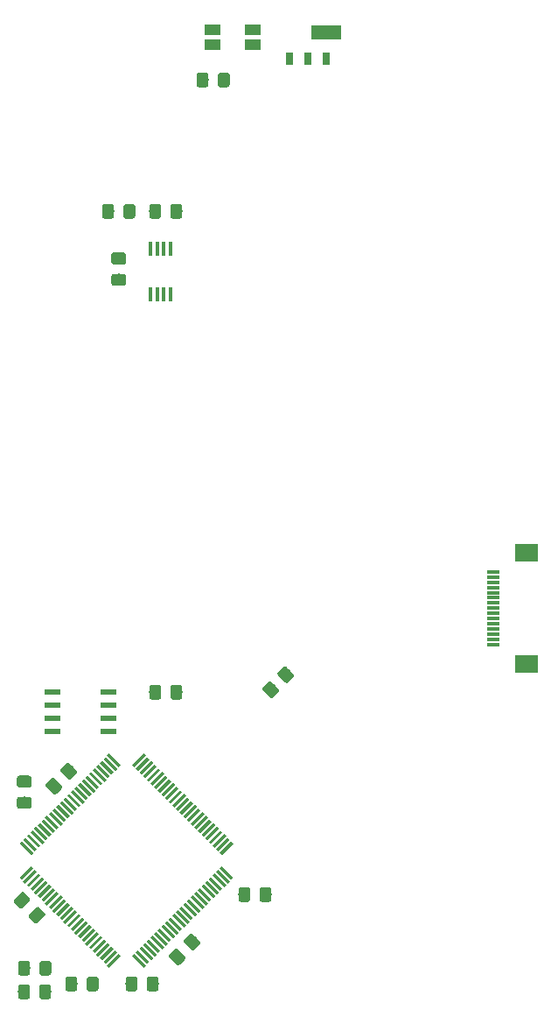
<source format=gtp>
G04 #@! TF.GenerationSoftware,KiCad,Pcbnew,(5.0.1)-4*
G04 #@! TF.CreationDate,2019-03-10T19:06:40+01:00*
G04 #@! TF.ProjectId,wiihdmi_wmi,77696968646D695F776D692E6B696361,rev?*
G04 #@! TF.SameCoordinates,Original*
G04 #@! TF.FileFunction,Paste,Top*
G04 #@! TF.FilePolarity,Positive*
%FSLAX46Y46*%
G04 Gerber Fmt 4.6, Leading zero omitted, Abs format (unit mm)*
G04 Created by KiCad (PCBNEW (5.0.1)-4) date 10.03.2019 19:06:40*
%MOMM*%
%LPD*%
G01*
G04 APERTURE LIST*
%ADD10C,0.100000*%
%ADD11C,1.150000*%
%ADD12R,3.000000X1.400000*%
%ADD13R,0.700000X1.200000*%
%ADD14R,1.650000X1.050000*%
%ADD15R,1.550000X0.600000*%
%ADD16R,1.300000X0.300000*%
%ADD17R,2.200000X1.800000*%
%ADD18C,0.299720*%
%ADD19R,0.450000X1.450000*%
G04 APERTURE END LIST*
D10*
G04 #@! TO.C,C10*
G36*
X56229505Y-163893204D02*
X56253773Y-163896804D01*
X56277572Y-163902765D01*
X56300671Y-163911030D01*
X56322850Y-163921520D01*
X56343893Y-163934132D01*
X56363599Y-163948747D01*
X56381777Y-163965223D01*
X56398253Y-163983401D01*
X56412868Y-164003107D01*
X56425480Y-164024150D01*
X56435970Y-164046329D01*
X56444235Y-164069428D01*
X56450196Y-164093227D01*
X56453796Y-164117495D01*
X56455000Y-164141999D01*
X56455000Y-165042001D01*
X56453796Y-165066505D01*
X56450196Y-165090773D01*
X56444235Y-165114572D01*
X56435970Y-165137671D01*
X56425480Y-165159850D01*
X56412868Y-165180893D01*
X56398253Y-165200599D01*
X56381777Y-165218777D01*
X56363599Y-165235253D01*
X56343893Y-165249868D01*
X56322850Y-165262480D01*
X56300671Y-165272970D01*
X56277572Y-165281235D01*
X56253773Y-165287196D01*
X56229505Y-165290796D01*
X56205001Y-165292000D01*
X55554999Y-165292000D01*
X55530495Y-165290796D01*
X55506227Y-165287196D01*
X55482428Y-165281235D01*
X55459329Y-165272970D01*
X55437150Y-165262480D01*
X55416107Y-165249868D01*
X55396401Y-165235253D01*
X55378223Y-165218777D01*
X55361747Y-165200599D01*
X55347132Y-165180893D01*
X55334520Y-165159850D01*
X55324030Y-165137671D01*
X55315765Y-165114572D01*
X55309804Y-165090773D01*
X55306204Y-165066505D01*
X55305000Y-165042001D01*
X55305000Y-164141999D01*
X55306204Y-164117495D01*
X55309804Y-164093227D01*
X55315765Y-164069428D01*
X55324030Y-164046329D01*
X55334520Y-164024150D01*
X55347132Y-164003107D01*
X55361747Y-163983401D01*
X55378223Y-163965223D01*
X55396401Y-163948747D01*
X55416107Y-163934132D01*
X55437150Y-163921520D01*
X55459329Y-163911030D01*
X55482428Y-163902765D01*
X55506227Y-163896804D01*
X55530495Y-163893204D01*
X55554999Y-163892000D01*
X56205001Y-163892000D01*
X56229505Y-163893204D01*
X56229505Y-163893204D01*
G37*
D11*
X55880000Y-164592000D03*
D10*
G36*
X58279505Y-163893204D02*
X58303773Y-163896804D01*
X58327572Y-163902765D01*
X58350671Y-163911030D01*
X58372850Y-163921520D01*
X58393893Y-163934132D01*
X58413599Y-163948747D01*
X58431777Y-163965223D01*
X58448253Y-163983401D01*
X58462868Y-164003107D01*
X58475480Y-164024150D01*
X58485970Y-164046329D01*
X58494235Y-164069428D01*
X58500196Y-164093227D01*
X58503796Y-164117495D01*
X58505000Y-164141999D01*
X58505000Y-165042001D01*
X58503796Y-165066505D01*
X58500196Y-165090773D01*
X58494235Y-165114572D01*
X58485970Y-165137671D01*
X58475480Y-165159850D01*
X58462868Y-165180893D01*
X58448253Y-165200599D01*
X58431777Y-165218777D01*
X58413599Y-165235253D01*
X58393893Y-165249868D01*
X58372850Y-165262480D01*
X58350671Y-165272970D01*
X58327572Y-165281235D01*
X58303773Y-165287196D01*
X58279505Y-165290796D01*
X58255001Y-165292000D01*
X57604999Y-165292000D01*
X57580495Y-165290796D01*
X57556227Y-165287196D01*
X57532428Y-165281235D01*
X57509329Y-165272970D01*
X57487150Y-165262480D01*
X57466107Y-165249868D01*
X57446401Y-165235253D01*
X57428223Y-165218777D01*
X57411747Y-165200599D01*
X57397132Y-165180893D01*
X57384520Y-165159850D01*
X57374030Y-165137671D01*
X57365765Y-165114572D01*
X57359804Y-165090773D01*
X57356204Y-165066505D01*
X57355000Y-165042001D01*
X57355000Y-164141999D01*
X57356204Y-164117495D01*
X57359804Y-164093227D01*
X57365765Y-164069428D01*
X57374030Y-164046329D01*
X57384520Y-164024150D01*
X57397132Y-164003107D01*
X57411747Y-163983401D01*
X57428223Y-163965223D01*
X57446401Y-163948747D01*
X57466107Y-163934132D01*
X57487150Y-163921520D01*
X57509329Y-163911030D01*
X57532428Y-163902765D01*
X57556227Y-163896804D01*
X57580495Y-163893204D01*
X57604999Y-163892000D01*
X58255001Y-163892000D01*
X58279505Y-163893204D01*
X58279505Y-163893204D01*
G37*
D11*
X57930000Y-164592000D03*
G04 #@! TD*
D10*
G04 #@! TO.C,C12*
G36*
X56220505Y-166179204D02*
X56244773Y-166182804D01*
X56268572Y-166188765D01*
X56291671Y-166197030D01*
X56313850Y-166207520D01*
X56334893Y-166220132D01*
X56354599Y-166234747D01*
X56372777Y-166251223D01*
X56389253Y-166269401D01*
X56403868Y-166289107D01*
X56416480Y-166310150D01*
X56426970Y-166332329D01*
X56435235Y-166355428D01*
X56441196Y-166379227D01*
X56444796Y-166403495D01*
X56446000Y-166427999D01*
X56446000Y-167328001D01*
X56444796Y-167352505D01*
X56441196Y-167376773D01*
X56435235Y-167400572D01*
X56426970Y-167423671D01*
X56416480Y-167445850D01*
X56403868Y-167466893D01*
X56389253Y-167486599D01*
X56372777Y-167504777D01*
X56354599Y-167521253D01*
X56334893Y-167535868D01*
X56313850Y-167548480D01*
X56291671Y-167558970D01*
X56268572Y-167567235D01*
X56244773Y-167573196D01*
X56220505Y-167576796D01*
X56196001Y-167578000D01*
X55545999Y-167578000D01*
X55521495Y-167576796D01*
X55497227Y-167573196D01*
X55473428Y-167567235D01*
X55450329Y-167558970D01*
X55428150Y-167548480D01*
X55407107Y-167535868D01*
X55387401Y-167521253D01*
X55369223Y-167504777D01*
X55352747Y-167486599D01*
X55338132Y-167466893D01*
X55325520Y-167445850D01*
X55315030Y-167423671D01*
X55306765Y-167400572D01*
X55300804Y-167376773D01*
X55297204Y-167352505D01*
X55296000Y-167328001D01*
X55296000Y-166427999D01*
X55297204Y-166403495D01*
X55300804Y-166379227D01*
X55306765Y-166355428D01*
X55315030Y-166332329D01*
X55325520Y-166310150D01*
X55338132Y-166289107D01*
X55352747Y-166269401D01*
X55369223Y-166251223D01*
X55387401Y-166234747D01*
X55407107Y-166220132D01*
X55428150Y-166207520D01*
X55450329Y-166197030D01*
X55473428Y-166188765D01*
X55497227Y-166182804D01*
X55521495Y-166179204D01*
X55545999Y-166178000D01*
X56196001Y-166178000D01*
X56220505Y-166179204D01*
X56220505Y-166179204D01*
G37*
D11*
X55871000Y-166878000D03*
D10*
G36*
X58270505Y-166179204D02*
X58294773Y-166182804D01*
X58318572Y-166188765D01*
X58341671Y-166197030D01*
X58363850Y-166207520D01*
X58384893Y-166220132D01*
X58404599Y-166234747D01*
X58422777Y-166251223D01*
X58439253Y-166269401D01*
X58453868Y-166289107D01*
X58466480Y-166310150D01*
X58476970Y-166332329D01*
X58485235Y-166355428D01*
X58491196Y-166379227D01*
X58494796Y-166403495D01*
X58496000Y-166427999D01*
X58496000Y-167328001D01*
X58494796Y-167352505D01*
X58491196Y-167376773D01*
X58485235Y-167400572D01*
X58476970Y-167423671D01*
X58466480Y-167445850D01*
X58453868Y-167466893D01*
X58439253Y-167486599D01*
X58422777Y-167504777D01*
X58404599Y-167521253D01*
X58384893Y-167535868D01*
X58363850Y-167548480D01*
X58341671Y-167558970D01*
X58318572Y-167567235D01*
X58294773Y-167573196D01*
X58270505Y-167576796D01*
X58246001Y-167578000D01*
X57595999Y-167578000D01*
X57571495Y-167576796D01*
X57547227Y-167573196D01*
X57523428Y-167567235D01*
X57500329Y-167558970D01*
X57478150Y-167548480D01*
X57457107Y-167535868D01*
X57437401Y-167521253D01*
X57419223Y-167504777D01*
X57402747Y-167486599D01*
X57388132Y-167466893D01*
X57375520Y-167445850D01*
X57365030Y-167423671D01*
X57356765Y-167400572D01*
X57350804Y-167376773D01*
X57347204Y-167352505D01*
X57346000Y-167328001D01*
X57346000Y-166427999D01*
X57347204Y-166403495D01*
X57350804Y-166379227D01*
X57356765Y-166355428D01*
X57365030Y-166332329D01*
X57375520Y-166310150D01*
X57388132Y-166289107D01*
X57402747Y-166269401D01*
X57419223Y-166251223D01*
X57437401Y-166234747D01*
X57457107Y-166220132D01*
X57478150Y-166207520D01*
X57500329Y-166197030D01*
X57523428Y-166188765D01*
X57547227Y-166182804D01*
X57571495Y-166179204D01*
X57595999Y-166178000D01*
X58246001Y-166178000D01*
X58270505Y-166179204D01*
X58270505Y-166179204D01*
G37*
D11*
X57921000Y-166878000D03*
G04 #@! TD*
D10*
G04 #@! TO.C,C11*
G36*
X60134116Y-144745196D02*
X60158384Y-144748796D01*
X60182183Y-144754757D01*
X60205282Y-144763022D01*
X60227461Y-144773512D01*
X60248504Y-144786124D01*
X60268210Y-144800739D01*
X60286388Y-144817215D01*
X60922785Y-145453612D01*
X60939261Y-145471790D01*
X60953876Y-145491496D01*
X60966488Y-145512539D01*
X60976978Y-145534718D01*
X60985243Y-145557817D01*
X60991204Y-145581616D01*
X60994804Y-145605884D01*
X60996008Y-145630388D01*
X60994804Y-145654892D01*
X60991204Y-145679160D01*
X60985243Y-145702959D01*
X60976978Y-145726058D01*
X60966488Y-145748237D01*
X60953876Y-145769280D01*
X60939261Y-145788986D01*
X60922785Y-145807164D01*
X60463164Y-146266785D01*
X60444986Y-146283261D01*
X60425280Y-146297876D01*
X60404237Y-146310488D01*
X60382058Y-146320978D01*
X60358959Y-146329243D01*
X60335160Y-146335204D01*
X60310892Y-146338804D01*
X60286388Y-146340008D01*
X60261884Y-146338804D01*
X60237616Y-146335204D01*
X60213817Y-146329243D01*
X60190718Y-146320978D01*
X60168539Y-146310488D01*
X60147496Y-146297876D01*
X60127790Y-146283261D01*
X60109612Y-146266785D01*
X59473215Y-145630388D01*
X59456739Y-145612210D01*
X59442124Y-145592504D01*
X59429512Y-145571461D01*
X59419022Y-145549282D01*
X59410757Y-145526183D01*
X59404796Y-145502384D01*
X59401196Y-145478116D01*
X59399992Y-145453612D01*
X59401196Y-145429108D01*
X59404796Y-145404840D01*
X59410757Y-145381041D01*
X59419022Y-145357942D01*
X59429512Y-145335763D01*
X59442124Y-145314720D01*
X59456739Y-145295014D01*
X59473215Y-145276836D01*
X59932836Y-144817215D01*
X59951014Y-144800739D01*
X59970720Y-144786124D01*
X59991763Y-144773512D01*
X60013942Y-144763022D01*
X60037041Y-144754757D01*
X60060840Y-144748796D01*
X60085108Y-144745196D01*
X60109612Y-144743992D01*
X60134116Y-144745196D01*
X60134116Y-144745196D01*
G37*
D11*
X60198000Y-145542000D03*
D10*
G36*
X58684548Y-146194764D02*
X58708816Y-146198364D01*
X58732615Y-146204325D01*
X58755714Y-146212590D01*
X58777893Y-146223080D01*
X58798936Y-146235692D01*
X58818642Y-146250307D01*
X58836820Y-146266783D01*
X59473217Y-146903180D01*
X59489693Y-146921358D01*
X59504308Y-146941064D01*
X59516920Y-146962107D01*
X59527410Y-146984286D01*
X59535675Y-147007385D01*
X59541636Y-147031184D01*
X59545236Y-147055452D01*
X59546440Y-147079956D01*
X59545236Y-147104460D01*
X59541636Y-147128728D01*
X59535675Y-147152527D01*
X59527410Y-147175626D01*
X59516920Y-147197805D01*
X59504308Y-147218848D01*
X59489693Y-147238554D01*
X59473217Y-147256732D01*
X59013596Y-147716353D01*
X58995418Y-147732829D01*
X58975712Y-147747444D01*
X58954669Y-147760056D01*
X58932490Y-147770546D01*
X58909391Y-147778811D01*
X58885592Y-147784772D01*
X58861324Y-147788372D01*
X58836820Y-147789576D01*
X58812316Y-147788372D01*
X58788048Y-147784772D01*
X58764249Y-147778811D01*
X58741150Y-147770546D01*
X58718971Y-147760056D01*
X58697928Y-147747444D01*
X58678222Y-147732829D01*
X58660044Y-147716353D01*
X58023647Y-147079956D01*
X58007171Y-147061778D01*
X57992556Y-147042072D01*
X57979944Y-147021029D01*
X57969454Y-146998850D01*
X57961189Y-146975751D01*
X57955228Y-146951952D01*
X57951628Y-146927684D01*
X57950424Y-146903180D01*
X57951628Y-146878676D01*
X57955228Y-146854408D01*
X57961189Y-146830609D01*
X57969454Y-146807510D01*
X57979944Y-146785331D01*
X57992556Y-146764288D01*
X58007171Y-146744582D01*
X58023647Y-146726404D01*
X58483268Y-146266783D01*
X58501446Y-146250307D01*
X58521152Y-146235692D01*
X58542195Y-146223080D01*
X58564374Y-146212590D01*
X58587473Y-146204325D01*
X58611272Y-146198364D01*
X58635540Y-146194764D01*
X58660044Y-146193560D01*
X58684548Y-146194764D01*
X58684548Y-146194764D01*
G37*
D11*
X58748432Y-146991568D03*
G04 #@! TD*
D10*
G04 #@! TO.C,C9*
G36*
X81141684Y-135421628D02*
X81165952Y-135425228D01*
X81189751Y-135431189D01*
X81212850Y-135439454D01*
X81235029Y-135449944D01*
X81256072Y-135462556D01*
X81275778Y-135477171D01*
X81293956Y-135493647D01*
X81930353Y-136130044D01*
X81946829Y-136148222D01*
X81961444Y-136167928D01*
X81974056Y-136188971D01*
X81984546Y-136211150D01*
X81992811Y-136234249D01*
X81998772Y-136258048D01*
X82002372Y-136282316D01*
X82003576Y-136306820D01*
X82002372Y-136331324D01*
X81998772Y-136355592D01*
X81992811Y-136379391D01*
X81984546Y-136402490D01*
X81974056Y-136424669D01*
X81961444Y-136445712D01*
X81946829Y-136465418D01*
X81930353Y-136483596D01*
X81470732Y-136943217D01*
X81452554Y-136959693D01*
X81432848Y-136974308D01*
X81411805Y-136986920D01*
X81389626Y-136997410D01*
X81366527Y-137005675D01*
X81342728Y-137011636D01*
X81318460Y-137015236D01*
X81293956Y-137016440D01*
X81269452Y-137015236D01*
X81245184Y-137011636D01*
X81221385Y-137005675D01*
X81198286Y-136997410D01*
X81176107Y-136986920D01*
X81155064Y-136974308D01*
X81135358Y-136959693D01*
X81117180Y-136943217D01*
X80480783Y-136306820D01*
X80464307Y-136288642D01*
X80449692Y-136268936D01*
X80437080Y-136247893D01*
X80426590Y-136225714D01*
X80418325Y-136202615D01*
X80412364Y-136178816D01*
X80408764Y-136154548D01*
X80407560Y-136130044D01*
X80408764Y-136105540D01*
X80412364Y-136081272D01*
X80418325Y-136057473D01*
X80426590Y-136034374D01*
X80437080Y-136012195D01*
X80449692Y-135991152D01*
X80464307Y-135971446D01*
X80480783Y-135953268D01*
X80940404Y-135493647D01*
X80958582Y-135477171D01*
X80978288Y-135462556D01*
X80999331Y-135449944D01*
X81021510Y-135439454D01*
X81044609Y-135431189D01*
X81068408Y-135425228D01*
X81092676Y-135421628D01*
X81117180Y-135420424D01*
X81141684Y-135421628D01*
X81141684Y-135421628D01*
G37*
D11*
X81205568Y-136218432D03*
D10*
G36*
X79692116Y-136871196D02*
X79716384Y-136874796D01*
X79740183Y-136880757D01*
X79763282Y-136889022D01*
X79785461Y-136899512D01*
X79806504Y-136912124D01*
X79826210Y-136926739D01*
X79844388Y-136943215D01*
X80480785Y-137579612D01*
X80497261Y-137597790D01*
X80511876Y-137617496D01*
X80524488Y-137638539D01*
X80534978Y-137660718D01*
X80543243Y-137683817D01*
X80549204Y-137707616D01*
X80552804Y-137731884D01*
X80554008Y-137756388D01*
X80552804Y-137780892D01*
X80549204Y-137805160D01*
X80543243Y-137828959D01*
X80534978Y-137852058D01*
X80524488Y-137874237D01*
X80511876Y-137895280D01*
X80497261Y-137914986D01*
X80480785Y-137933164D01*
X80021164Y-138392785D01*
X80002986Y-138409261D01*
X79983280Y-138423876D01*
X79962237Y-138436488D01*
X79940058Y-138446978D01*
X79916959Y-138455243D01*
X79893160Y-138461204D01*
X79868892Y-138464804D01*
X79844388Y-138466008D01*
X79819884Y-138464804D01*
X79795616Y-138461204D01*
X79771817Y-138455243D01*
X79748718Y-138446978D01*
X79726539Y-138436488D01*
X79705496Y-138423876D01*
X79685790Y-138409261D01*
X79667612Y-138392785D01*
X79031215Y-137756388D01*
X79014739Y-137738210D01*
X79000124Y-137718504D01*
X78987512Y-137697461D01*
X78977022Y-137675282D01*
X78968757Y-137652183D01*
X78962796Y-137628384D01*
X78959196Y-137604116D01*
X78957992Y-137579612D01*
X78959196Y-137555108D01*
X78962796Y-137530840D01*
X78968757Y-137507041D01*
X78977022Y-137483942D01*
X78987512Y-137461763D01*
X79000124Y-137440720D01*
X79014739Y-137421014D01*
X79031215Y-137402836D01*
X79490836Y-136943215D01*
X79509014Y-136926739D01*
X79528720Y-136912124D01*
X79549763Y-136899512D01*
X79571942Y-136889022D01*
X79595041Y-136880757D01*
X79618840Y-136874796D01*
X79643108Y-136871196D01*
X79667612Y-136869992D01*
X79692116Y-136871196D01*
X79692116Y-136871196D01*
G37*
D11*
X79756000Y-137668000D03*
G04 #@! TD*
D10*
G04 #@! TO.C,C8*
G36*
X70970505Y-137223204D02*
X70994773Y-137226804D01*
X71018572Y-137232765D01*
X71041671Y-137241030D01*
X71063850Y-137251520D01*
X71084893Y-137264132D01*
X71104599Y-137278747D01*
X71122777Y-137295223D01*
X71139253Y-137313401D01*
X71153868Y-137333107D01*
X71166480Y-137354150D01*
X71176970Y-137376329D01*
X71185235Y-137399428D01*
X71191196Y-137423227D01*
X71194796Y-137447495D01*
X71196000Y-137471999D01*
X71196000Y-138372001D01*
X71194796Y-138396505D01*
X71191196Y-138420773D01*
X71185235Y-138444572D01*
X71176970Y-138467671D01*
X71166480Y-138489850D01*
X71153868Y-138510893D01*
X71139253Y-138530599D01*
X71122777Y-138548777D01*
X71104599Y-138565253D01*
X71084893Y-138579868D01*
X71063850Y-138592480D01*
X71041671Y-138602970D01*
X71018572Y-138611235D01*
X70994773Y-138617196D01*
X70970505Y-138620796D01*
X70946001Y-138622000D01*
X70295999Y-138622000D01*
X70271495Y-138620796D01*
X70247227Y-138617196D01*
X70223428Y-138611235D01*
X70200329Y-138602970D01*
X70178150Y-138592480D01*
X70157107Y-138579868D01*
X70137401Y-138565253D01*
X70119223Y-138548777D01*
X70102747Y-138530599D01*
X70088132Y-138510893D01*
X70075520Y-138489850D01*
X70065030Y-138467671D01*
X70056765Y-138444572D01*
X70050804Y-138420773D01*
X70047204Y-138396505D01*
X70046000Y-138372001D01*
X70046000Y-137471999D01*
X70047204Y-137447495D01*
X70050804Y-137423227D01*
X70056765Y-137399428D01*
X70065030Y-137376329D01*
X70075520Y-137354150D01*
X70088132Y-137333107D01*
X70102747Y-137313401D01*
X70119223Y-137295223D01*
X70137401Y-137278747D01*
X70157107Y-137264132D01*
X70178150Y-137251520D01*
X70200329Y-137241030D01*
X70223428Y-137232765D01*
X70247227Y-137226804D01*
X70271495Y-137223204D01*
X70295999Y-137222000D01*
X70946001Y-137222000D01*
X70970505Y-137223204D01*
X70970505Y-137223204D01*
G37*
D11*
X70621000Y-137922000D03*
D10*
G36*
X68920505Y-137223204D02*
X68944773Y-137226804D01*
X68968572Y-137232765D01*
X68991671Y-137241030D01*
X69013850Y-137251520D01*
X69034893Y-137264132D01*
X69054599Y-137278747D01*
X69072777Y-137295223D01*
X69089253Y-137313401D01*
X69103868Y-137333107D01*
X69116480Y-137354150D01*
X69126970Y-137376329D01*
X69135235Y-137399428D01*
X69141196Y-137423227D01*
X69144796Y-137447495D01*
X69146000Y-137471999D01*
X69146000Y-138372001D01*
X69144796Y-138396505D01*
X69141196Y-138420773D01*
X69135235Y-138444572D01*
X69126970Y-138467671D01*
X69116480Y-138489850D01*
X69103868Y-138510893D01*
X69089253Y-138530599D01*
X69072777Y-138548777D01*
X69054599Y-138565253D01*
X69034893Y-138579868D01*
X69013850Y-138592480D01*
X68991671Y-138602970D01*
X68968572Y-138611235D01*
X68944773Y-138617196D01*
X68920505Y-138620796D01*
X68896001Y-138622000D01*
X68245999Y-138622000D01*
X68221495Y-138620796D01*
X68197227Y-138617196D01*
X68173428Y-138611235D01*
X68150329Y-138602970D01*
X68128150Y-138592480D01*
X68107107Y-138579868D01*
X68087401Y-138565253D01*
X68069223Y-138548777D01*
X68052747Y-138530599D01*
X68038132Y-138510893D01*
X68025520Y-138489850D01*
X68015030Y-138467671D01*
X68006765Y-138444572D01*
X68000804Y-138420773D01*
X67997204Y-138396505D01*
X67996000Y-138372001D01*
X67996000Y-137471999D01*
X67997204Y-137447495D01*
X68000804Y-137423227D01*
X68006765Y-137399428D01*
X68015030Y-137376329D01*
X68025520Y-137354150D01*
X68038132Y-137333107D01*
X68052747Y-137313401D01*
X68069223Y-137295223D01*
X68087401Y-137278747D01*
X68107107Y-137264132D01*
X68128150Y-137251520D01*
X68150329Y-137241030D01*
X68173428Y-137232765D01*
X68197227Y-137226804D01*
X68221495Y-137223204D01*
X68245999Y-137222000D01*
X68896001Y-137222000D01*
X68920505Y-137223204D01*
X68920505Y-137223204D01*
G37*
D11*
X68571000Y-137922000D03*
G04 #@! TD*
D10*
G04 #@! TO.C,C7*
G36*
X73501505Y-78041204D02*
X73525773Y-78044804D01*
X73549572Y-78050765D01*
X73572671Y-78059030D01*
X73594850Y-78069520D01*
X73615893Y-78082132D01*
X73635599Y-78096747D01*
X73653777Y-78113223D01*
X73670253Y-78131401D01*
X73684868Y-78151107D01*
X73697480Y-78172150D01*
X73707970Y-78194329D01*
X73716235Y-78217428D01*
X73722196Y-78241227D01*
X73725796Y-78265495D01*
X73727000Y-78289999D01*
X73727000Y-79190001D01*
X73725796Y-79214505D01*
X73722196Y-79238773D01*
X73716235Y-79262572D01*
X73707970Y-79285671D01*
X73697480Y-79307850D01*
X73684868Y-79328893D01*
X73670253Y-79348599D01*
X73653777Y-79366777D01*
X73635599Y-79383253D01*
X73615893Y-79397868D01*
X73594850Y-79410480D01*
X73572671Y-79420970D01*
X73549572Y-79429235D01*
X73525773Y-79435196D01*
X73501505Y-79438796D01*
X73477001Y-79440000D01*
X72826999Y-79440000D01*
X72802495Y-79438796D01*
X72778227Y-79435196D01*
X72754428Y-79429235D01*
X72731329Y-79420970D01*
X72709150Y-79410480D01*
X72688107Y-79397868D01*
X72668401Y-79383253D01*
X72650223Y-79366777D01*
X72633747Y-79348599D01*
X72619132Y-79328893D01*
X72606520Y-79307850D01*
X72596030Y-79285671D01*
X72587765Y-79262572D01*
X72581804Y-79238773D01*
X72578204Y-79214505D01*
X72577000Y-79190001D01*
X72577000Y-78289999D01*
X72578204Y-78265495D01*
X72581804Y-78241227D01*
X72587765Y-78217428D01*
X72596030Y-78194329D01*
X72606520Y-78172150D01*
X72619132Y-78151107D01*
X72633747Y-78131401D01*
X72650223Y-78113223D01*
X72668401Y-78096747D01*
X72688107Y-78082132D01*
X72709150Y-78069520D01*
X72731329Y-78059030D01*
X72754428Y-78050765D01*
X72778227Y-78044804D01*
X72802495Y-78041204D01*
X72826999Y-78040000D01*
X73477001Y-78040000D01*
X73501505Y-78041204D01*
X73501505Y-78041204D01*
G37*
D11*
X73152000Y-78740000D03*
D10*
G36*
X75551505Y-78041204D02*
X75575773Y-78044804D01*
X75599572Y-78050765D01*
X75622671Y-78059030D01*
X75644850Y-78069520D01*
X75665893Y-78082132D01*
X75685599Y-78096747D01*
X75703777Y-78113223D01*
X75720253Y-78131401D01*
X75734868Y-78151107D01*
X75747480Y-78172150D01*
X75757970Y-78194329D01*
X75766235Y-78217428D01*
X75772196Y-78241227D01*
X75775796Y-78265495D01*
X75777000Y-78289999D01*
X75777000Y-79190001D01*
X75775796Y-79214505D01*
X75772196Y-79238773D01*
X75766235Y-79262572D01*
X75757970Y-79285671D01*
X75747480Y-79307850D01*
X75734868Y-79328893D01*
X75720253Y-79348599D01*
X75703777Y-79366777D01*
X75685599Y-79383253D01*
X75665893Y-79397868D01*
X75644850Y-79410480D01*
X75622671Y-79420970D01*
X75599572Y-79429235D01*
X75575773Y-79435196D01*
X75551505Y-79438796D01*
X75527001Y-79440000D01*
X74876999Y-79440000D01*
X74852495Y-79438796D01*
X74828227Y-79435196D01*
X74804428Y-79429235D01*
X74781329Y-79420970D01*
X74759150Y-79410480D01*
X74738107Y-79397868D01*
X74718401Y-79383253D01*
X74700223Y-79366777D01*
X74683747Y-79348599D01*
X74669132Y-79328893D01*
X74656520Y-79307850D01*
X74646030Y-79285671D01*
X74637765Y-79262572D01*
X74631804Y-79238773D01*
X74628204Y-79214505D01*
X74627000Y-79190001D01*
X74627000Y-78289999D01*
X74628204Y-78265495D01*
X74631804Y-78241227D01*
X74637765Y-78217428D01*
X74646030Y-78194329D01*
X74656520Y-78172150D01*
X74669132Y-78151107D01*
X74683747Y-78131401D01*
X74700223Y-78113223D01*
X74718401Y-78096747D01*
X74738107Y-78082132D01*
X74759150Y-78069520D01*
X74781329Y-78059030D01*
X74804428Y-78050765D01*
X74828227Y-78044804D01*
X74852495Y-78041204D01*
X74876999Y-78040000D01*
X75527001Y-78040000D01*
X75551505Y-78041204D01*
X75551505Y-78041204D01*
G37*
D11*
X75202000Y-78740000D03*
G04 #@! TD*
D10*
G04 #@! TO.C,C6*
G36*
X72072116Y-161255196D02*
X72096384Y-161258796D01*
X72120183Y-161264757D01*
X72143282Y-161273022D01*
X72165461Y-161283512D01*
X72186504Y-161296124D01*
X72206210Y-161310739D01*
X72224388Y-161327215D01*
X72860785Y-161963612D01*
X72877261Y-161981790D01*
X72891876Y-162001496D01*
X72904488Y-162022539D01*
X72914978Y-162044718D01*
X72923243Y-162067817D01*
X72929204Y-162091616D01*
X72932804Y-162115884D01*
X72934008Y-162140388D01*
X72932804Y-162164892D01*
X72929204Y-162189160D01*
X72923243Y-162212959D01*
X72914978Y-162236058D01*
X72904488Y-162258237D01*
X72891876Y-162279280D01*
X72877261Y-162298986D01*
X72860785Y-162317164D01*
X72401164Y-162776785D01*
X72382986Y-162793261D01*
X72363280Y-162807876D01*
X72342237Y-162820488D01*
X72320058Y-162830978D01*
X72296959Y-162839243D01*
X72273160Y-162845204D01*
X72248892Y-162848804D01*
X72224388Y-162850008D01*
X72199884Y-162848804D01*
X72175616Y-162845204D01*
X72151817Y-162839243D01*
X72128718Y-162830978D01*
X72106539Y-162820488D01*
X72085496Y-162807876D01*
X72065790Y-162793261D01*
X72047612Y-162776785D01*
X71411215Y-162140388D01*
X71394739Y-162122210D01*
X71380124Y-162102504D01*
X71367512Y-162081461D01*
X71357022Y-162059282D01*
X71348757Y-162036183D01*
X71342796Y-162012384D01*
X71339196Y-161988116D01*
X71337992Y-161963612D01*
X71339196Y-161939108D01*
X71342796Y-161914840D01*
X71348757Y-161891041D01*
X71357022Y-161867942D01*
X71367512Y-161845763D01*
X71380124Y-161824720D01*
X71394739Y-161805014D01*
X71411215Y-161786836D01*
X71870836Y-161327215D01*
X71889014Y-161310739D01*
X71908720Y-161296124D01*
X71929763Y-161283512D01*
X71951942Y-161273022D01*
X71975041Y-161264757D01*
X71998840Y-161258796D01*
X72023108Y-161255196D01*
X72047612Y-161253992D01*
X72072116Y-161255196D01*
X72072116Y-161255196D01*
G37*
D11*
X72136000Y-162052000D03*
D10*
G36*
X70622548Y-162704764D02*
X70646816Y-162708364D01*
X70670615Y-162714325D01*
X70693714Y-162722590D01*
X70715893Y-162733080D01*
X70736936Y-162745692D01*
X70756642Y-162760307D01*
X70774820Y-162776783D01*
X71411217Y-163413180D01*
X71427693Y-163431358D01*
X71442308Y-163451064D01*
X71454920Y-163472107D01*
X71465410Y-163494286D01*
X71473675Y-163517385D01*
X71479636Y-163541184D01*
X71483236Y-163565452D01*
X71484440Y-163589956D01*
X71483236Y-163614460D01*
X71479636Y-163638728D01*
X71473675Y-163662527D01*
X71465410Y-163685626D01*
X71454920Y-163707805D01*
X71442308Y-163728848D01*
X71427693Y-163748554D01*
X71411217Y-163766732D01*
X70951596Y-164226353D01*
X70933418Y-164242829D01*
X70913712Y-164257444D01*
X70892669Y-164270056D01*
X70870490Y-164280546D01*
X70847391Y-164288811D01*
X70823592Y-164294772D01*
X70799324Y-164298372D01*
X70774820Y-164299576D01*
X70750316Y-164298372D01*
X70726048Y-164294772D01*
X70702249Y-164288811D01*
X70679150Y-164280546D01*
X70656971Y-164270056D01*
X70635928Y-164257444D01*
X70616222Y-164242829D01*
X70598044Y-164226353D01*
X69961647Y-163589956D01*
X69945171Y-163571778D01*
X69930556Y-163552072D01*
X69917944Y-163531029D01*
X69907454Y-163508850D01*
X69899189Y-163485751D01*
X69893228Y-163461952D01*
X69889628Y-163437684D01*
X69888424Y-163413180D01*
X69889628Y-163388676D01*
X69893228Y-163364408D01*
X69899189Y-163340609D01*
X69907454Y-163317510D01*
X69917944Y-163295331D01*
X69930556Y-163274288D01*
X69945171Y-163254582D01*
X69961647Y-163236404D01*
X70421268Y-162776783D01*
X70439446Y-162760307D01*
X70459152Y-162745692D01*
X70480195Y-162733080D01*
X70502374Y-162722590D01*
X70525473Y-162714325D01*
X70549272Y-162708364D01*
X70573540Y-162704764D01*
X70598044Y-162703560D01*
X70622548Y-162704764D01*
X70622548Y-162704764D01*
G37*
D11*
X70686432Y-163501568D03*
G04 #@! TD*
D10*
G04 #@! TO.C,C5*
G36*
X62851505Y-165417204D02*
X62875773Y-165420804D01*
X62899572Y-165426765D01*
X62922671Y-165435030D01*
X62944850Y-165445520D01*
X62965893Y-165458132D01*
X62985599Y-165472747D01*
X63003777Y-165489223D01*
X63020253Y-165507401D01*
X63034868Y-165527107D01*
X63047480Y-165548150D01*
X63057970Y-165570329D01*
X63066235Y-165593428D01*
X63072196Y-165617227D01*
X63075796Y-165641495D01*
X63077000Y-165665999D01*
X63077000Y-166566001D01*
X63075796Y-166590505D01*
X63072196Y-166614773D01*
X63066235Y-166638572D01*
X63057970Y-166661671D01*
X63047480Y-166683850D01*
X63034868Y-166704893D01*
X63020253Y-166724599D01*
X63003777Y-166742777D01*
X62985599Y-166759253D01*
X62965893Y-166773868D01*
X62944850Y-166786480D01*
X62922671Y-166796970D01*
X62899572Y-166805235D01*
X62875773Y-166811196D01*
X62851505Y-166814796D01*
X62827001Y-166816000D01*
X62176999Y-166816000D01*
X62152495Y-166814796D01*
X62128227Y-166811196D01*
X62104428Y-166805235D01*
X62081329Y-166796970D01*
X62059150Y-166786480D01*
X62038107Y-166773868D01*
X62018401Y-166759253D01*
X62000223Y-166742777D01*
X61983747Y-166724599D01*
X61969132Y-166704893D01*
X61956520Y-166683850D01*
X61946030Y-166661671D01*
X61937765Y-166638572D01*
X61931804Y-166614773D01*
X61928204Y-166590505D01*
X61927000Y-166566001D01*
X61927000Y-165665999D01*
X61928204Y-165641495D01*
X61931804Y-165617227D01*
X61937765Y-165593428D01*
X61946030Y-165570329D01*
X61956520Y-165548150D01*
X61969132Y-165527107D01*
X61983747Y-165507401D01*
X62000223Y-165489223D01*
X62018401Y-165472747D01*
X62038107Y-165458132D01*
X62059150Y-165445520D01*
X62081329Y-165435030D01*
X62104428Y-165426765D01*
X62128227Y-165420804D01*
X62152495Y-165417204D01*
X62176999Y-165416000D01*
X62827001Y-165416000D01*
X62851505Y-165417204D01*
X62851505Y-165417204D01*
G37*
D11*
X62502000Y-166116000D03*
D10*
G36*
X60801505Y-165417204D02*
X60825773Y-165420804D01*
X60849572Y-165426765D01*
X60872671Y-165435030D01*
X60894850Y-165445520D01*
X60915893Y-165458132D01*
X60935599Y-165472747D01*
X60953777Y-165489223D01*
X60970253Y-165507401D01*
X60984868Y-165527107D01*
X60997480Y-165548150D01*
X61007970Y-165570329D01*
X61016235Y-165593428D01*
X61022196Y-165617227D01*
X61025796Y-165641495D01*
X61027000Y-165665999D01*
X61027000Y-166566001D01*
X61025796Y-166590505D01*
X61022196Y-166614773D01*
X61016235Y-166638572D01*
X61007970Y-166661671D01*
X60997480Y-166683850D01*
X60984868Y-166704893D01*
X60970253Y-166724599D01*
X60953777Y-166742777D01*
X60935599Y-166759253D01*
X60915893Y-166773868D01*
X60894850Y-166786480D01*
X60872671Y-166796970D01*
X60849572Y-166805235D01*
X60825773Y-166811196D01*
X60801505Y-166814796D01*
X60777001Y-166816000D01*
X60126999Y-166816000D01*
X60102495Y-166814796D01*
X60078227Y-166811196D01*
X60054428Y-166805235D01*
X60031329Y-166796970D01*
X60009150Y-166786480D01*
X59988107Y-166773868D01*
X59968401Y-166759253D01*
X59950223Y-166742777D01*
X59933747Y-166724599D01*
X59919132Y-166704893D01*
X59906520Y-166683850D01*
X59896030Y-166661671D01*
X59887765Y-166638572D01*
X59881804Y-166614773D01*
X59878204Y-166590505D01*
X59877000Y-166566001D01*
X59877000Y-165665999D01*
X59878204Y-165641495D01*
X59881804Y-165617227D01*
X59887765Y-165593428D01*
X59896030Y-165570329D01*
X59906520Y-165548150D01*
X59919132Y-165527107D01*
X59933747Y-165507401D01*
X59950223Y-165489223D01*
X59968401Y-165472747D01*
X59988107Y-165458132D01*
X60009150Y-165445520D01*
X60031329Y-165435030D01*
X60054428Y-165426765D01*
X60078227Y-165420804D01*
X60102495Y-165417204D01*
X60126999Y-165416000D01*
X60777001Y-165416000D01*
X60801505Y-165417204D01*
X60801505Y-165417204D01*
G37*
D11*
X60452000Y-166116000D03*
G04 #@! TD*
D10*
G04 #@! TO.C,C4*
G36*
X66625505Y-165417204D02*
X66649773Y-165420804D01*
X66673572Y-165426765D01*
X66696671Y-165435030D01*
X66718850Y-165445520D01*
X66739893Y-165458132D01*
X66759599Y-165472747D01*
X66777777Y-165489223D01*
X66794253Y-165507401D01*
X66808868Y-165527107D01*
X66821480Y-165548150D01*
X66831970Y-165570329D01*
X66840235Y-165593428D01*
X66846196Y-165617227D01*
X66849796Y-165641495D01*
X66851000Y-165665999D01*
X66851000Y-166566001D01*
X66849796Y-166590505D01*
X66846196Y-166614773D01*
X66840235Y-166638572D01*
X66831970Y-166661671D01*
X66821480Y-166683850D01*
X66808868Y-166704893D01*
X66794253Y-166724599D01*
X66777777Y-166742777D01*
X66759599Y-166759253D01*
X66739893Y-166773868D01*
X66718850Y-166786480D01*
X66696671Y-166796970D01*
X66673572Y-166805235D01*
X66649773Y-166811196D01*
X66625505Y-166814796D01*
X66601001Y-166816000D01*
X65950999Y-166816000D01*
X65926495Y-166814796D01*
X65902227Y-166811196D01*
X65878428Y-166805235D01*
X65855329Y-166796970D01*
X65833150Y-166786480D01*
X65812107Y-166773868D01*
X65792401Y-166759253D01*
X65774223Y-166742777D01*
X65757747Y-166724599D01*
X65743132Y-166704893D01*
X65730520Y-166683850D01*
X65720030Y-166661671D01*
X65711765Y-166638572D01*
X65705804Y-166614773D01*
X65702204Y-166590505D01*
X65701000Y-166566001D01*
X65701000Y-165665999D01*
X65702204Y-165641495D01*
X65705804Y-165617227D01*
X65711765Y-165593428D01*
X65720030Y-165570329D01*
X65730520Y-165548150D01*
X65743132Y-165527107D01*
X65757747Y-165507401D01*
X65774223Y-165489223D01*
X65792401Y-165472747D01*
X65812107Y-165458132D01*
X65833150Y-165445520D01*
X65855329Y-165435030D01*
X65878428Y-165426765D01*
X65902227Y-165420804D01*
X65926495Y-165417204D01*
X65950999Y-165416000D01*
X66601001Y-165416000D01*
X66625505Y-165417204D01*
X66625505Y-165417204D01*
G37*
D11*
X66276000Y-166116000D03*
D10*
G36*
X68675505Y-165417204D02*
X68699773Y-165420804D01*
X68723572Y-165426765D01*
X68746671Y-165435030D01*
X68768850Y-165445520D01*
X68789893Y-165458132D01*
X68809599Y-165472747D01*
X68827777Y-165489223D01*
X68844253Y-165507401D01*
X68858868Y-165527107D01*
X68871480Y-165548150D01*
X68881970Y-165570329D01*
X68890235Y-165593428D01*
X68896196Y-165617227D01*
X68899796Y-165641495D01*
X68901000Y-165665999D01*
X68901000Y-166566001D01*
X68899796Y-166590505D01*
X68896196Y-166614773D01*
X68890235Y-166638572D01*
X68881970Y-166661671D01*
X68871480Y-166683850D01*
X68858868Y-166704893D01*
X68844253Y-166724599D01*
X68827777Y-166742777D01*
X68809599Y-166759253D01*
X68789893Y-166773868D01*
X68768850Y-166786480D01*
X68746671Y-166796970D01*
X68723572Y-166805235D01*
X68699773Y-166811196D01*
X68675505Y-166814796D01*
X68651001Y-166816000D01*
X68000999Y-166816000D01*
X67976495Y-166814796D01*
X67952227Y-166811196D01*
X67928428Y-166805235D01*
X67905329Y-166796970D01*
X67883150Y-166786480D01*
X67862107Y-166773868D01*
X67842401Y-166759253D01*
X67824223Y-166742777D01*
X67807747Y-166724599D01*
X67793132Y-166704893D01*
X67780520Y-166683850D01*
X67770030Y-166661671D01*
X67761765Y-166638572D01*
X67755804Y-166614773D01*
X67752204Y-166590505D01*
X67751000Y-166566001D01*
X67751000Y-165665999D01*
X67752204Y-165641495D01*
X67755804Y-165617227D01*
X67761765Y-165593428D01*
X67770030Y-165570329D01*
X67780520Y-165548150D01*
X67793132Y-165527107D01*
X67807747Y-165507401D01*
X67824223Y-165489223D01*
X67842401Y-165472747D01*
X67862107Y-165458132D01*
X67883150Y-165445520D01*
X67905329Y-165435030D01*
X67928428Y-165426765D01*
X67952227Y-165420804D01*
X67976495Y-165417204D01*
X68000999Y-165416000D01*
X68651001Y-165416000D01*
X68675505Y-165417204D01*
X68675505Y-165417204D01*
G37*
D11*
X68326000Y-166116000D03*
G04 #@! TD*
D12*
G04 #@! TO.C,U4*
X85090000Y-74168000D03*
D13*
X85090000Y-76668000D03*
X83340000Y-76668000D03*
X81590000Y-76668000D03*
G04 #@! TD*
D14*
G04 #@! TO.C,SW1*
X74128000Y-73914000D03*
X77978000Y-73914000D03*
X74128000Y-75364000D03*
X77978000Y-75364000D03*
G04 #@! TD*
D15*
G04 #@! TO.C,U2*
X64008000Y-137922000D03*
X64008000Y-139192000D03*
X64008000Y-140462000D03*
X64008000Y-141732000D03*
X58608000Y-141732000D03*
X58608000Y-140462000D03*
X58608000Y-139192000D03*
X58608000Y-137922000D03*
G04 #@! TD*
D10*
G04 #@! TO.C,R3*
G36*
X77547505Y-156781204D02*
X77571773Y-156784804D01*
X77595572Y-156790765D01*
X77618671Y-156799030D01*
X77640850Y-156809520D01*
X77661893Y-156822132D01*
X77681599Y-156836747D01*
X77699777Y-156853223D01*
X77716253Y-156871401D01*
X77730868Y-156891107D01*
X77743480Y-156912150D01*
X77753970Y-156934329D01*
X77762235Y-156957428D01*
X77768196Y-156981227D01*
X77771796Y-157005495D01*
X77773000Y-157029999D01*
X77773000Y-157930001D01*
X77771796Y-157954505D01*
X77768196Y-157978773D01*
X77762235Y-158002572D01*
X77753970Y-158025671D01*
X77743480Y-158047850D01*
X77730868Y-158068893D01*
X77716253Y-158088599D01*
X77699777Y-158106777D01*
X77681599Y-158123253D01*
X77661893Y-158137868D01*
X77640850Y-158150480D01*
X77618671Y-158160970D01*
X77595572Y-158169235D01*
X77571773Y-158175196D01*
X77547505Y-158178796D01*
X77523001Y-158180000D01*
X76872999Y-158180000D01*
X76848495Y-158178796D01*
X76824227Y-158175196D01*
X76800428Y-158169235D01*
X76777329Y-158160970D01*
X76755150Y-158150480D01*
X76734107Y-158137868D01*
X76714401Y-158123253D01*
X76696223Y-158106777D01*
X76679747Y-158088599D01*
X76665132Y-158068893D01*
X76652520Y-158047850D01*
X76642030Y-158025671D01*
X76633765Y-158002572D01*
X76627804Y-157978773D01*
X76624204Y-157954505D01*
X76623000Y-157930001D01*
X76623000Y-157029999D01*
X76624204Y-157005495D01*
X76627804Y-156981227D01*
X76633765Y-156957428D01*
X76642030Y-156934329D01*
X76652520Y-156912150D01*
X76665132Y-156891107D01*
X76679747Y-156871401D01*
X76696223Y-156853223D01*
X76714401Y-156836747D01*
X76734107Y-156822132D01*
X76755150Y-156809520D01*
X76777329Y-156799030D01*
X76800428Y-156790765D01*
X76824227Y-156784804D01*
X76848495Y-156781204D01*
X76872999Y-156780000D01*
X77523001Y-156780000D01*
X77547505Y-156781204D01*
X77547505Y-156781204D01*
G37*
D11*
X77198000Y-157480000D03*
D10*
G36*
X79597505Y-156781204D02*
X79621773Y-156784804D01*
X79645572Y-156790765D01*
X79668671Y-156799030D01*
X79690850Y-156809520D01*
X79711893Y-156822132D01*
X79731599Y-156836747D01*
X79749777Y-156853223D01*
X79766253Y-156871401D01*
X79780868Y-156891107D01*
X79793480Y-156912150D01*
X79803970Y-156934329D01*
X79812235Y-156957428D01*
X79818196Y-156981227D01*
X79821796Y-157005495D01*
X79823000Y-157029999D01*
X79823000Y-157930001D01*
X79821796Y-157954505D01*
X79818196Y-157978773D01*
X79812235Y-158002572D01*
X79803970Y-158025671D01*
X79793480Y-158047850D01*
X79780868Y-158068893D01*
X79766253Y-158088599D01*
X79749777Y-158106777D01*
X79731599Y-158123253D01*
X79711893Y-158137868D01*
X79690850Y-158150480D01*
X79668671Y-158160970D01*
X79645572Y-158169235D01*
X79621773Y-158175196D01*
X79597505Y-158178796D01*
X79573001Y-158180000D01*
X78922999Y-158180000D01*
X78898495Y-158178796D01*
X78874227Y-158175196D01*
X78850428Y-158169235D01*
X78827329Y-158160970D01*
X78805150Y-158150480D01*
X78784107Y-158137868D01*
X78764401Y-158123253D01*
X78746223Y-158106777D01*
X78729747Y-158088599D01*
X78715132Y-158068893D01*
X78702520Y-158047850D01*
X78692030Y-158025671D01*
X78683765Y-158002572D01*
X78677804Y-157978773D01*
X78674204Y-157954505D01*
X78673000Y-157930001D01*
X78673000Y-157029999D01*
X78674204Y-157005495D01*
X78677804Y-156981227D01*
X78683765Y-156957428D01*
X78692030Y-156934329D01*
X78702520Y-156912150D01*
X78715132Y-156891107D01*
X78729747Y-156871401D01*
X78746223Y-156853223D01*
X78764401Y-156836747D01*
X78784107Y-156822132D01*
X78805150Y-156809520D01*
X78827329Y-156799030D01*
X78850428Y-156790765D01*
X78874227Y-156784804D01*
X78898495Y-156781204D01*
X78922999Y-156780000D01*
X79573001Y-156780000D01*
X79597505Y-156781204D01*
X79597505Y-156781204D01*
G37*
D11*
X79248000Y-157480000D03*
G04 #@! TD*
D10*
G04 #@! TO.C,R2*
G36*
X57225676Y-158677980D02*
X57249944Y-158681580D01*
X57273743Y-158687541D01*
X57296842Y-158695806D01*
X57319021Y-158706296D01*
X57340064Y-158718908D01*
X57359770Y-158733523D01*
X57377948Y-158749999D01*
X57837569Y-159209620D01*
X57854045Y-159227798D01*
X57868660Y-159247504D01*
X57881272Y-159268547D01*
X57891762Y-159290726D01*
X57900027Y-159313825D01*
X57905988Y-159337624D01*
X57909588Y-159361892D01*
X57910792Y-159386396D01*
X57909588Y-159410900D01*
X57905988Y-159435168D01*
X57900027Y-159458967D01*
X57891762Y-159482066D01*
X57881272Y-159504245D01*
X57868660Y-159525288D01*
X57854045Y-159544994D01*
X57837569Y-159563172D01*
X57201172Y-160199569D01*
X57182994Y-160216045D01*
X57163288Y-160230660D01*
X57142245Y-160243272D01*
X57120066Y-160253762D01*
X57096967Y-160262027D01*
X57073168Y-160267988D01*
X57048900Y-160271588D01*
X57024396Y-160272792D01*
X56999892Y-160271588D01*
X56975624Y-160267988D01*
X56951825Y-160262027D01*
X56928726Y-160253762D01*
X56906547Y-160243272D01*
X56885504Y-160230660D01*
X56865798Y-160216045D01*
X56847620Y-160199569D01*
X56387999Y-159739948D01*
X56371523Y-159721770D01*
X56356908Y-159702064D01*
X56344296Y-159681021D01*
X56333806Y-159658842D01*
X56325541Y-159635743D01*
X56319580Y-159611944D01*
X56315980Y-159587676D01*
X56314776Y-159563172D01*
X56315980Y-159538668D01*
X56319580Y-159514400D01*
X56325541Y-159490601D01*
X56333806Y-159467502D01*
X56344296Y-159445323D01*
X56356908Y-159424280D01*
X56371523Y-159404574D01*
X56387999Y-159386396D01*
X57024396Y-158749999D01*
X57042574Y-158733523D01*
X57062280Y-158718908D01*
X57083323Y-158706296D01*
X57105502Y-158695806D01*
X57128601Y-158687541D01*
X57152400Y-158681580D01*
X57176668Y-158677980D01*
X57201172Y-158676776D01*
X57225676Y-158677980D01*
X57225676Y-158677980D01*
G37*
D11*
X57112784Y-159474784D03*
D10*
G36*
X55776108Y-157228412D02*
X55800376Y-157232012D01*
X55824175Y-157237973D01*
X55847274Y-157246238D01*
X55869453Y-157256728D01*
X55890496Y-157269340D01*
X55910202Y-157283955D01*
X55928380Y-157300431D01*
X56388001Y-157760052D01*
X56404477Y-157778230D01*
X56419092Y-157797936D01*
X56431704Y-157818979D01*
X56442194Y-157841158D01*
X56450459Y-157864257D01*
X56456420Y-157888056D01*
X56460020Y-157912324D01*
X56461224Y-157936828D01*
X56460020Y-157961332D01*
X56456420Y-157985600D01*
X56450459Y-158009399D01*
X56442194Y-158032498D01*
X56431704Y-158054677D01*
X56419092Y-158075720D01*
X56404477Y-158095426D01*
X56388001Y-158113604D01*
X55751604Y-158750001D01*
X55733426Y-158766477D01*
X55713720Y-158781092D01*
X55692677Y-158793704D01*
X55670498Y-158804194D01*
X55647399Y-158812459D01*
X55623600Y-158818420D01*
X55599332Y-158822020D01*
X55574828Y-158823224D01*
X55550324Y-158822020D01*
X55526056Y-158818420D01*
X55502257Y-158812459D01*
X55479158Y-158804194D01*
X55456979Y-158793704D01*
X55435936Y-158781092D01*
X55416230Y-158766477D01*
X55398052Y-158750001D01*
X54938431Y-158290380D01*
X54921955Y-158272202D01*
X54907340Y-158252496D01*
X54894728Y-158231453D01*
X54884238Y-158209274D01*
X54875973Y-158186175D01*
X54870012Y-158162376D01*
X54866412Y-158138108D01*
X54865208Y-158113604D01*
X54866412Y-158089100D01*
X54870012Y-158064832D01*
X54875973Y-158041033D01*
X54884238Y-158017934D01*
X54894728Y-157995755D01*
X54907340Y-157974712D01*
X54921955Y-157955006D01*
X54938431Y-157936828D01*
X55574828Y-157300431D01*
X55593006Y-157283955D01*
X55612712Y-157269340D01*
X55633755Y-157256728D01*
X55655934Y-157246238D01*
X55679033Y-157237973D01*
X55702832Y-157232012D01*
X55727100Y-157228412D01*
X55751604Y-157227208D01*
X55776108Y-157228412D01*
X55776108Y-157228412D01*
G37*
D11*
X55663216Y-158025216D03*
G04 #@! TD*
D16*
G04 #@! TO.C,J3*
X101274000Y-126294000D03*
X101274000Y-126794000D03*
X101274000Y-127294000D03*
X101274000Y-127794000D03*
X101274000Y-128294000D03*
X101274000Y-128794000D03*
X101274000Y-129294000D03*
X101274000Y-129794000D03*
X101274000Y-130294000D03*
X101274000Y-130794000D03*
X101274000Y-131294000D03*
X101274000Y-131794000D03*
X101274000Y-132294000D03*
X101274000Y-132794000D03*
X101274000Y-133294000D03*
D17*
X104524000Y-135194000D03*
X104524000Y-124394000D03*
G04 #@! TD*
D10*
G04 #@! TO.C,C3*
G36*
X65498505Y-97470204D02*
X65522773Y-97473804D01*
X65546572Y-97479765D01*
X65569671Y-97488030D01*
X65591850Y-97498520D01*
X65612893Y-97511132D01*
X65632599Y-97525747D01*
X65650777Y-97542223D01*
X65667253Y-97560401D01*
X65681868Y-97580107D01*
X65694480Y-97601150D01*
X65704970Y-97623329D01*
X65713235Y-97646428D01*
X65719196Y-97670227D01*
X65722796Y-97694495D01*
X65724000Y-97718999D01*
X65724000Y-98369001D01*
X65722796Y-98393505D01*
X65719196Y-98417773D01*
X65713235Y-98441572D01*
X65704970Y-98464671D01*
X65694480Y-98486850D01*
X65681868Y-98507893D01*
X65667253Y-98527599D01*
X65650777Y-98545777D01*
X65632599Y-98562253D01*
X65612893Y-98576868D01*
X65591850Y-98589480D01*
X65569671Y-98599970D01*
X65546572Y-98608235D01*
X65522773Y-98614196D01*
X65498505Y-98617796D01*
X65474001Y-98619000D01*
X64573999Y-98619000D01*
X64549495Y-98617796D01*
X64525227Y-98614196D01*
X64501428Y-98608235D01*
X64478329Y-98599970D01*
X64456150Y-98589480D01*
X64435107Y-98576868D01*
X64415401Y-98562253D01*
X64397223Y-98545777D01*
X64380747Y-98527599D01*
X64366132Y-98507893D01*
X64353520Y-98486850D01*
X64343030Y-98464671D01*
X64334765Y-98441572D01*
X64328804Y-98417773D01*
X64325204Y-98393505D01*
X64324000Y-98369001D01*
X64324000Y-97718999D01*
X64325204Y-97694495D01*
X64328804Y-97670227D01*
X64334765Y-97646428D01*
X64343030Y-97623329D01*
X64353520Y-97601150D01*
X64366132Y-97580107D01*
X64380747Y-97560401D01*
X64397223Y-97542223D01*
X64415401Y-97525747D01*
X64435107Y-97511132D01*
X64456150Y-97498520D01*
X64478329Y-97488030D01*
X64501428Y-97479765D01*
X64525227Y-97473804D01*
X64549495Y-97470204D01*
X64573999Y-97469000D01*
X65474001Y-97469000D01*
X65498505Y-97470204D01*
X65498505Y-97470204D01*
G37*
D11*
X65024000Y-98044000D03*
D10*
G36*
X65498505Y-95420204D02*
X65522773Y-95423804D01*
X65546572Y-95429765D01*
X65569671Y-95438030D01*
X65591850Y-95448520D01*
X65612893Y-95461132D01*
X65632599Y-95475747D01*
X65650777Y-95492223D01*
X65667253Y-95510401D01*
X65681868Y-95530107D01*
X65694480Y-95551150D01*
X65704970Y-95573329D01*
X65713235Y-95596428D01*
X65719196Y-95620227D01*
X65722796Y-95644495D01*
X65724000Y-95668999D01*
X65724000Y-96319001D01*
X65722796Y-96343505D01*
X65719196Y-96367773D01*
X65713235Y-96391572D01*
X65704970Y-96414671D01*
X65694480Y-96436850D01*
X65681868Y-96457893D01*
X65667253Y-96477599D01*
X65650777Y-96495777D01*
X65632599Y-96512253D01*
X65612893Y-96526868D01*
X65591850Y-96539480D01*
X65569671Y-96549970D01*
X65546572Y-96558235D01*
X65522773Y-96564196D01*
X65498505Y-96567796D01*
X65474001Y-96569000D01*
X64573999Y-96569000D01*
X64549495Y-96567796D01*
X64525227Y-96564196D01*
X64501428Y-96558235D01*
X64478329Y-96549970D01*
X64456150Y-96539480D01*
X64435107Y-96526868D01*
X64415401Y-96512253D01*
X64397223Y-96495777D01*
X64380747Y-96477599D01*
X64366132Y-96457893D01*
X64353520Y-96436850D01*
X64343030Y-96414671D01*
X64334765Y-96391572D01*
X64328804Y-96367773D01*
X64325204Y-96343505D01*
X64324000Y-96319001D01*
X64324000Y-95668999D01*
X64325204Y-95644495D01*
X64328804Y-95620227D01*
X64334765Y-95596428D01*
X64343030Y-95573329D01*
X64353520Y-95551150D01*
X64366132Y-95530107D01*
X64380747Y-95510401D01*
X64397223Y-95492223D01*
X64415401Y-95475747D01*
X64435107Y-95461132D01*
X64456150Y-95448520D01*
X64478329Y-95438030D01*
X64501428Y-95429765D01*
X64525227Y-95423804D01*
X64549495Y-95420204D01*
X64573999Y-95419000D01*
X65474001Y-95419000D01*
X65498505Y-95420204D01*
X65498505Y-95420204D01*
G37*
D11*
X65024000Y-95994000D03*
G04 #@! TD*
D10*
G04 #@! TO.C,C2*
G36*
X70961505Y-90741204D02*
X70985773Y-90744804D01*
X71009572Y-90750765D01*
X71032671Y-90759030D01*
X71054850Y-90769520D01*
X71075893Y-90782132D01*
X71095599Y-90796747D01*
X71113777Y-90813223D01*
X71130253Y-90831401D01*
X71144868Y-90851107D01*
X71157480Y-90872150D01*
X71167970Y-90894329D01*
X71176235Y-90917428D01*
X71182196Y-90941227D01*
X71185796Y-90965495D01*
X71187000Y-90989999D01*
X71187000Y-91890001D01*
X71185796Y-91914505D01*
X71182196Y-91938773D01*
X71176235Y-91962572D01*
X71167970Y-91985671D01*
X71157480Y-92007850D01*
X71144868Y-92028893D01*
X71130253Y-92048599D01*
X71113777Y-92066777D01*
X71095599Y-92083253D01*
X71075893Y-92097868D01*
X71054850Y-92110480D01*
X71032671Y-92120970D01*
X71009572Y-92129235D01*
X70985773Y-92135196D01*
X70961505Y-92138796D01*
X70937001Y-92140000D01*
X70286999Y-92140000D01*
X70262495Y-92138796D01*
X70238227Y-92135196D01*
X70214428Y-92129235D01*
X70191329Y-92120970D01*
X70169150Y-92110480D01*
X70148107Y-92097868D01*
X70128401Y-92083253D01*
X70110223Y-92066777D01*
X70093747Y-92048599D01*
X70079132Y-92028893D01*
X70066520Y-92007850D01*
X70056030Y-91985671D01*
X70047765Y-91962572D01*
X70041804Y-91938773D01*
X70038204Y-91914505D01*
X70037000Y-91890001D01*
X70037000Y-90989999D01*
X70038204Y-90965495D01*
X70041804Y-90941227D01*
X70047765Y-90917428D01*
X70056030Y-90894329D01*
X70066520Y-90872150D01*
X70079132Y-90851107D01*
X70093747Y-90831401D01*
X70110223Y-90813223D01*
X70128401Y-90796747D01*
X70148107Y-90782132D01*
X70169150Y-90769520D01*
X70191329Y-90759030D01*
X70214428Y-90750765D01*
X70238227Y-90744804D01*
X70262495Y-90741204D01*
X70286999Y-90740000D01*
X70937001Y-90740000D01*
X70961505Y-90741204D01*
X70961505Y-90741204D01*
G37*
D11*
X70612000Y-91440000D03*
D10*
G36*
X68911505Y-90741204D02*
X68935773Y-90744804D01*
X68959572Y-90750765D01*
X68982671Y-90759030D01*
X69004850Y-90769520D01*
X69025893Y-90782132D01*
X69045599Y-90796747D01*
X69063777Y-90813223D01*
X69080253Y-90831401D01*
X69094868Y-90851107D01*
X69107480Y-90872150D01*
X69117970Y-90894329D01*
X69126235Y-90917428D01*
X69132196Y-90941227D01*
X69135796Y-90965495D01*
X69137000Y-90989999D01*
X69137000Y-91890001D01*
X69135796Y-91914505D01*
X69132196Y-91938773D01*
X69126235Y-91962572D01*
X69117970Y-91985671D01*
X69107480Y-92007850D01*
X69094868Y-92028893D01*
X69080253Y-92048599D01*
X69063777Y-92066777D01*
X69045599Y-92083253D01*
X69025893Y-92097868D01*
X69004850Y-92110480D01*
X68982671Y-92120970D01*
X68959572Y-92129235D01*
X68935773Y-92135196D01*
X68911505Y-92138796D01*
X68887001Y-92140000D01*
X68236999Y-92140000D01*
X68212495Y-92138796D01*
X68188227Y-92135196D01*
X68164428Y-92129235D01*
X68141329Y-92120970D01*
X68119150Y-92110480D01*
X68098107Y-92097868D01*
X68078401Y-92083253D01*
X68060223Y-92066777D01*
X68043747Y-92048599D01*
X68029132Y-92028893D01*
X68016520Y-92007850D01*
X68006030Y-91985671D01*
X67997765Y-91962572D01*
X67991804Y-91938773D01*
X67988204Y-91914505D01*
X67987000Y-91890001D01*
X67987000Y-90989999D01*
X67988204Y-90965495D01*
X67991804Y-90941227D01*
X67997765Y-90917428D01*
X68006030Y-90894329D01*
X68016520Y-90872150D01*
X68029132Y-90851107D01*
X68043747Y-90831401D01*
X68060223Y-90813223D01*
X68078401Y-90796747D01*
X68098107Y-90782132D01*
X68119150Y-90769520D01*
X68141329Y-90759030D01*
X68164428Y-90750765D01*
X68188227Y-90744804D01*
X68212495Y-90741204D01*
X68236999Y-90740000D01*
X68887001Y-90740000D01*
X68911505Y-90741204D01*
X68911505Y-90741204D01*
G37*
D11*
X68562000Y-91440000D03*
G04 #@! TD*
D10*
G04 #@! TO.C,C1*
G36*
X64357505Y-90741204D02*
X64381773Y-90744804D01*
X64405572Y-90750765D01*
X64428671Y-90759030D01*
X64450850Y-90769520D01*
X64471893Y-90782132D01*
X64491599Y-90796747D01*
X64509777Y-90813223D01*
X64526253Y-90831401D01*
X64540868Y-90851107D01*
X64553480Y-90872150D01*
X64563970Y-90894329D01*
X64572235Y-90917428D01*
X64578196Y-90941227D01*
X64581796Y-90965495D01*
X64583000Y-90989999D01*
X64583000Y-91890001D01*
X64581796Y-91914505D01*
X64578196Y-91938773D01*
X64572235Y-91962572D01*
X64563970Y-91985671D01*
X64553480Y-92007850D01*
X64540868Y-92028893D01*
X64526253Y-92048599D01*
X64509777Y-92066777D01*
X64491599Y-92083253D01*
X64471893Y-92097868D01*
X64450850Y-92110480D01*
X64428671Y-92120970D01*
X64405572Y-92129235D01*
X64381773Y-92135196D01*
X64357505Y-92138796D01*
X64333001Y-92140000D01*
X63682999Y-92140000D01*
X63658495Y-92138796D01*
X63634227Y-92135196D01*
X63610428Y-92129235D01*
X63587329Y-92120970D01*
X63565150Y-92110480D01*
X63544107Y-92097868D01*
X63524401Y-92083253D01*
X63506223Y-92066777D01*
X63489747Y-92048599D01*
X63475132Y-92028893D01*
X63462520Y-92007850D01*
X63452030Y-91985671D01*
X63443765Y-91962572D01*
X63437804Y-91938773D01*
X63434204Y-91914505D01*
X63433000Y-91890001D01*
X63433000Y-90989999D01*
X63434204Y-90965495D01*
X63437804Y-90941227D01*
X63443765Y-90917428D01*
X63452030Y-90894329D01*
X63462520Y-90872150D01*
X63475132Y-90851107D01*
X63489747Y-90831401D01*
X63506223Y-90813223D01*
X63524401Y-90796747D01*
X63544107Y-90782132D01*
X63565150Y-90769520D01*
X63587329Y-90759030D01*
X63610428Y-90750765D01*
X63634227Y-90744804D01*
X63658495Y-90741204D01*
X63682999Y-90740000D01*
X64333001Y-90740000D01*
X64357505Y-90741204D01*
X64357505Y-90741204D01*
G37*
D11*
X64008000Y-91440000D03*
D10*
G36*
X66407505Y-90741204D02*
X66431773Y-90744804D01*
X66455572Y-90750765D01*
X66478671Y-90759030D01*
X66500850Y-90769520D01*
X66521893Y-90782132D01*
X66541599Y-90796747D01*
X66559777Y-90813223D01*
X66576253Y-90831401D01*
X66590868Y-90851107D01*
X66603480Y-90872150D01*
X66613970Y-90894329D01*
X66622235Y-90917428D01*
X66628196Y-90941227D01*
X66631796Y-90965495D01*
X66633000Y-90989999D01*
X66633000Y-91890001D01*
X66631796Y-91914505D01*
X66628196Y-91938773D01*
X66622235Y-91962572D01*
X66613970Y-91985671D01*
X66603480Y-92007850D01*
X66590868Y-92028893D01*
X66576253Y-92048599D01*
X66559777Y-92066777D01*
X66541599Y-92083253D01*
X66521893Y-92097868D01*
X66500850Y-92110480D01*
X66478671Y-92120970D01*
X66455572Y-92129235D01*
X66431773Y-92135196D01*
X66407505Y-92138796D01*
X66383001Y-92140000D01*
X65732999Y-92140000D01*
X65708495Y-92138796D01*
X65684227Y-92135196D01*
X65660428Y-92129235D01*
X65637329Y-92120970D01*
X65615150Y-92110480D01*
X65594107Y-92097868D01*
X65574401Y-92083253D01*
X65556223Y-92066777D01*
X65539747Y-92048599D01*
X65525132Y-92028893D01*
X65512520Y-92007850D01*
X65502030Y-91985671D01*
X65493765Y-91962572D01*
X65487804Y-91938773D01*
X65484204Y-91914505D01*
X65483000Y-91890001D01*
X65483000Y-90989999D01*
X65484204Y-90965495D01*
X65487804Y-90941227D01*
X65493765Y-90917428D01*
X65502030Y-90894329D01*
X65512520Y-90872150D01*
X65525132Y-90851107D01*
X65539747Y-90831401D01*
X65556223Y-90813223D01*
X65574401Y-90796747D01*
X65594107Y-90782132D01*
X65615150Y-90769520D01*
X65637329Y-90759030D01*
X65660428Y-90750765D01*
X65684227Y-90744804D01*
X65708495Y-90741204D01*
X65732999Y-90740000D01*
X66383001Y-90740000D01*
X66407505Y-90741204D01*
X66407505Y-90741204D01*
G37*
D11*
X66058000Y-91440000D03*
G04 #@! TD*
D18*
G04 #@! TO.C,U1*
X75472104Y-152976442D03*
D10*
G36*
X75930995Y-152305617D02*
X76142929Y-152517551D01*
X75013213Y-153647267D01*
X74801279Y-153435333D01*
X75930995Y-152305617D01*
X75930995Y-152305617D01*
G37*
D18*
X75118282Y-152622620D03*
D10*
G36*
X75577173Y-151951795D02*
X75789107Y-152163729D01*
X74659391Y-153293445D01*
X74447457Y-153081511D01*
X75577173Y-151951795D01*
X75577173Y-151951795D01*
G37*
D18*
X74764460Y-152268798D03*
D10*
G36*
X75223351Y-151597973D02*
X75435285Y-151809907D01*
X74305569Y-152939623D01*
X74093635Y-152727689D01*
X75223351Y-151597973D01*
X75223351Y-151597973D01*
G37*
D18*
X74410638Y-151914975D03*
D10*
G36*
X74869529Y-151244150D02*
X75081463Y-151456084D01*
X73951747Y-152585800D01*
X73739813Y-152373866D01*
X74869529Y-151244150D01*
X74869529Y-151244150D01*
G37*
D18*
X74056816Y-151561153D03*
D10*
G36*
X74515707Y-150890328D02*
X74727641Y-151102262D01*
X73597925Y-152231978D01*
X73385991Y-152020044D01*
X74515707Y-150890328D01*
X74515707Y-150890328D01*
G37*
D18*
X73702994Y-151207331D03*
D10*
G36*
X74161885Y-150536506D02*
X74373819Y-150748440D01*
X73244103Y-151878156D01*
X73032169Y-151666222D01*
X74161885Y-150536506D01*
X74161885Y-150536506D01*
G37*
D18*
X73350968Y-150855305D03*
D10*
G36*
X73809859Y-150184480D02*
X74021793Y-150396414D01*
X72892077Y-151526130D01*
X72680143Y-151314196D01*
X73809859Y-150184480D01*
X73809859Y-150184480D01*
G37*
D18*
X72997146Y-150501483D03*
D10*
G36*
X73456037Y-149830658D02*
X73667971Y-150042592D01*
X72538255Y-151172308D01*
X72326321Y-150960374D01*
X73456037Y-149830658D01*
X73456037Y-149830658D01*
G37*
D18*
X72643324Y-150147661D03*
D10*
G36*
X73102215Y-149476836D02*
X73314149Y-149688770D01*
X72184433Y-150818486D01*
X71972499Y-150606552D01*
X73102215Y-149476836D01*
X73102215Y-149476836D01*
G37*
D18*
X72289501Y-149793839D03*
D10*
G36*
X72748392Y-149123014D02*
X72960326Y-149334948D01*
X71830610Y-150464664D01*
X71618676Y-150252730D01*
X72748392Y-149123014D01*
X72748392Y-149123014D01*
G37*
D18*
X71935679Y-149440017D03*
D10*
G36*
X72394570Y-148769192D02*
X72606504Y-148981126D01*
X71476788Y-150110842D01*
X71264854Y-149898908D01*
X72394570Y-148769192D01*
X72394570Y-148769192D01*
G37*
D18*
X71581857Y-149086195D03*
D10*
G36*
X72040748Y-148415370D02*
X72252682Y-148627304D01*
X71122966Y-149757020D01*
X70911032Y-149545086D01*
X72040748Y-148415370D01*
X72040748Y-148415370D01*
G37*
D18*
X71229831Y-148734169D03*
D10*
G36*
X71688722Y-148063344D02*
X71900656Y-148275278D01*
X70770940Y-149404994D01*
X70559006Y-149193060D01*
X71688722Y-148063344D01*
X71688722Y-148063344D01*
G37*
D18*
X70877805Y-148382143D03*
D10*
G36*
X71336696Y-147711318D02*
X71548630Y-147923252D01*
X70418914Y-149052968D01*
X70206980Y-148841034D01*
X71336696Y-147711318D01*
X71336696Y-147711318D01*
G37*
D18*
X70523983Y-148028321D03*
D10*
G36*
X70982874Y-147357496D02*
X71194808Y-147569430D01*
X70065092Y-148699146D01*
X69853158Y-148487212D01*
X70982874Y-147357496D01*
X70982874Y-147357496D01*
G37*
D18*
X70170161Y-147674499D03*
D10*
G36*
X70629052Y-147003674D02*
X70840986Y-147215608D01*
X69711270Y-148345324D01*
X69499336Y-148133390D01*
X70629052Y-147003674D01*
X70629052Y-147003674D01*
G37*
D18*
X69816339Y-147320676D03*
D10*
G36*
X70275230Y-146649851D02*
X70487164Y-146861785D01*
X69357448Y-147991501D01*
X69145514Y-147779567D01*
X70275230Y-146649851D01*
X70275230Y-146649851D01*
G37*
D18*
X69462517Y-146966854D03*
D10*
G36*
X69921408Y-146296029D02*
X70133342Y-146507963D01*
X69003626Y-147637679D01*
X68791692Y-147425745D01*
X69921408Y-146296029D01*
X69921408Y-146296029D01*
G37*
D18*
X69108695Y-146613032D03*
D10*
G36*
X69567586Y-145942207D02*
X69779520Y-146154141D01*
X68649804Y-147283857D01*
X68437870Y-147071923D01*
X69567586Y-145942207D01*
X69567586Y-145942207D01*
G37*
D18*
X68756669Y-146261006D03*
D10*
G36*
X69215560Y-145590181D02*
X69427494Y-145802115D01*
X68297778Y-146931831D01*
X68085844Y-146719897D01*
X69215560Y-145590181D01*
X69215560Y-145590181D01*
G37*
D18*
X68402847Y-145907184D03*
D10*
G36*
X68861738Y-145236359D02*
X69073672Y-145448293D01*
X67943956Y-146578009D01*
X67732022Y-146366075D01*
X68861738Y-145236359D01*
X68861738Y-145236359D01*
G37*
D18*
X68049025Y-145553362D03*
D10*
G36*
X68507916Y-144882537D02*
X68719850Y-145094471D01*
X67590134Y-146224187D01*
X67378200Y-146012253D01*
X68507916Y-144882537D01*
X68507916Y-144882537D01*
G37*
D18*
X67695202Y-145199540D03*
D10*
G36*
X68154093Y-144528715D02*
X68366027Y-144740649D01*
X67236311Y-145870365D01*
X67024377Y-145658431D01*
X68154093Y-144528715D01*
X68154093Y-144528715D01*
G37*
D18*
X67341380Y-144845718D03*
D10*
G36*
X67800271Y-144174893D02*
X68012205Y-144386827D01*
X66882489Y-145516543D01*
X66670555Y-145304609D01*
X67800271Y-144174893D01*
X67800271Y-144174893D01*
G37*
D18*
X66987558Y-144491896D03*
D10*
G36*
X67446449Y-143821071D02*
X67658383Y-144033005D01*
X66528667Y-145162721D01*
X66316733Y-144950787D01*
X67446449Y-143821071D01*
X67446449Y-143821071D01*
G37*
D18*
X64584442Y-144491896D03*
D10*
G36*
X63913617Y-144033005D02*
X64125551Y-143821071D01*
X65255267Y-144950787D01*
X65043333Y-145162721D01*
X63913617Y-144033005D01*
X63913617Y-144033005D01*
G37*
D18*
X64230620Y-144845718D03*
D10*
G36*
X63559795Y-144386827D02*
X63771729Y-144174893D01*
X64901445Y-145304609D01*
X64689511Y-145516543D01*
X63559795Y-144386827D01*
X63559795Y-144386827D01*
G37*
D18*
X63876798Y-145199540D03*
D10*
G36*
X63205973Y-144740649D02*
X63417907Y-144528715D01*
X64547623Y-145658431D01*
X64335689Y-145870365D01*
X63205973Y-144740649D01*
X63205973Y-144740649D01*
G37*
D18*
X63522975Y-145553362D03*
D10*
G36*
X62852150Y-145094471D02*
X63064084Y-144882537D01*
X64193800Y-146012253D01*
X63981866Y-146224187D01*
X62852150Y-145094471D01*
X62852150Y-145094471D01*
G37*
D18*
X63169153Y-145907184D03*
D10*
G36*
X62498328Y-145448293D02*
X62710262Y-145236359D01*
X63839978Y-146366075D01*
X63628044Y-146578009D01*
X62498328Y-145448293D01*
X62498328Y-145448293D01*
G37*
D18*
X62815331Y-146261006D03*
D10*
G36*
X62144506Y-145802115D02*
X62356440Y-145590181D01*
X63486156Y-146719897D01*
X63274222Y-146931831D01*
X62144506Y-145802115D01*
X62144506Y-145802115D01*
G37*
D18*
X62463305Y-146613032D03*
D10*
G36*
X61792480Y-146154141D02*
X62004414Y-145942207D01*
X63134130Y-147071923D01*
X62922196Y-147283857D01*
X61792480Y-146154141D01*
X61792480Y-146154141D01*
G37*
D18*
X62109483Y-146966854D03*
D10*
G36*
X61438658Y-146507963D02*
X61650592Y-146296029D01*
X62780308Y-147425745D01*
X62568374Y-147637679D01*
X61438658Y-146507963D01*
X61438658Y-146507963D01*
G37*
D18*
X61755661Y-147320676D03*
D10*
G36*
X61084836Y-146861785D02*
X61296770Y-146649851D01*
X62426486Y-147779567D01*
X62214552Y-147991501D01*
X61084836Y-146861785D01*
X61084836Y-146861785D01*
G37*
D18*
X61401839Y-147674499D03*
D10*
G36*
X60731014Y-147215608D02*
X60942948Y-147003674D01*
X62072664Y-148133390D01*
X61860730Y-148345324D01*
X60731014Y-147215608D01*
X60731014Y-147215608D01*
G37*
D18*
X61048017Y-148028321D03*
D10*
G36*
X60377192Y-147569430D02*
X60589126Y-147357496D01*
X61718842Y-148487212D01*
X61506908Y-148699146D01*
X60377192Y-147569430D01*
X60377192Y-147569430D01*
G37*
D18*
X60694195Y-148382143D03*
D10*
G36*
X60023370Y-147923252D02*
X60235304Y-147711318D01*
X61365020Y-148841034D01*
X61153086Y-149052968D01*
X60023370Y-147923252D01*
X60023370Y-147923252D01*
G37*
D18*
X60342169Y-148734169D03*
D10*
G36*
X59671344Y-148275278D02*
X59883278Y-148063344D01*
X61012994Y-149193060D01*
X60801060Y-149404994D01*
X59671344Y-148275278D01*
X59671344Y-148275278D01*
G37*
D18*
X59990143Y-149086195D03*
D10*
G36*
X59319318Y-148627304D02*
X59531252Y-148415370D01*
X60660968Y-149545086D01*
X60449034Y-149757020D01*
X59319318Y-148627304D01*
X59319318Y-148627304D01*
G37*
D18*
X59636321Y-149440017D03*
D10*
G36*
X58965496Y-148981126D02*
X59177430Y-148769192D01*
X60307146Y-149898908D01*
X60095212Y-150110842D01*
X58965496Y-148981126D01*
X58965496Y-148981126D01*
G37*
D18*
X59282499Y-149793839D03*
D10*
G36*
X58611674Y-149334948D02*
X58823608Y-149123014D01*
X59953324Y-150252730D01*
X59741390Y-150464664D01*
X58611674Y-149334948D01*
X58611674Y-149334948D01*
G37*
D18*
X58928676Y-150147661D03*
D10*
G36*
X58257851Y-149688770D02*
X58469785Y-149476836D01*
X59599501Y-150606552D01*
X59387567Y-150818486D01*
X58257851Y-149688770D01*
X58257851Y-149688770D01*
G37*
D18*
X58574854Y-150501483D03*
D10*
G36*
X57904029Y-150042592D02*
X58115963Y-149830658D01*
X59245679Y-150960374D01*
X59033745Y-151172308D01*
X57904029Y-150042592D01*
X57904029Y-150042592D01*
G37*
D18*
X58221032Y-150855305D03*
D10*
G36*
X57550207Y-150396414D02*
X57762141Y-150184480D01*
X58891857Y-151314196D01*
X58679923Y-151526130D01*
X57550207Y-150396414D01*
X57550207Y-150396414D01*
G37*
D18*
X57869006Y-151207331D03*
D10*
G36*
X57198181Y-150748440D02*
X57410115Y-150536506D01*
X58539831Y-151666222D01*
X58327897Y-151878156D01*
X57198181Y-150748440D01*
X57198181Y-150748440D01*
G37*
D18*
X57515184Y-151561153D03*
D10*
G36*
X56844359Y-151102262D02*
X57056293Y-150890328D01*
X58186009Y-152020044D01*
X57974075Y-152231978D01*
X56844359Y-151102262D01*
X56844359Y-151102262D01*
G37*
D18*
X57161362Y-151914975D03*
D10*
G36*
X56490537Y-151456084D02*
X56702471Y-151244150D01*
X57832187Y-152373866D01*
X57620253Y-152585800D01*
X56490537Y-151456084D01*
X56490537Y-151456084D01*
G37*
D18*
X56807540Y-152268798D03*
D10*
G36*
X56136715Y-151809907D02*
X56348649Y-151597973D01*
X57478365Y-152727689D01*
X57266431Y-152939623D01*
X56136715Y-151809907D01*
X56136715Y-151809907D01*
G37*
D18*
X56453718Y-152622620D03*
D10*
G36*
X55782893Y-152163729D02*
X55994827Y-151951795D01*
X57124543Y-153081511D01*
X56912609Y-153293445D01*
X55782893Y-152163729D01*
X55782893Y-152163729D01*
G37*
D18*
X56099896Y-152976442D03*
D10*
G36*
X55429071Y-152517551D02*
X55641005Y-152305617D01*
X56770721Y-153435333D01*
X56558787Y-153647267D01*
X55429071Y-152517551D01*
X55429071Y-152517551D01*
G37*
D18*
X56099896Y-155379558D03*
D10*
G36*
X56558787Y-154708733D02*
X56770721Y-154920667D01*
X55641005Y-156050383D01*
X55429071Y-155838449D01*
X56558787Y-154708733D01*
X56558787Y-154708733D01*
G37*
D18*
X56453718Y-155733380D03*
D10*
G36*
X56912609Y-155062555D02*
X57124543Y-155274489D01*
X55994827Y-156404205D01*
X55782893Y-156192271D01*
X56912609Y-155062555D01*
X56912609Y-155062555D01*
G37*
D18*
X56807540Y-156087202D03*
D10*
G36*
X57266431Y-155416377D02*
X57478365Y-155628311D01*
X56348649Y-156758027D01*
X56136715Y-156546093D01*
X57266431Y-155416377D01*
X57266431Y-155416377D01*
G37*
D18*
X57161362Y-156441025D03*
D10*
G36*
X57620253Y-155770200D02*
X57832187Y-155982134D01*
X56702471Y-157111850D01*
X56490537Y-156899916D01*
X57620253Y-155770200D01*
X57620253Y-155770200D01*
G37*
D18*
X57515184Y-156794847D03*
D10*
G36*
X57974075Y-156124022D02*
X58186009Y-156335956D01*
X57056293Y-157465672D01*
X56844359Y-157253738D01*
X57974075Y-156124022D01*
X57974075Y-156124022D01*
G37*
D18*
X57869006Y-157148669D03*
D10*
G36*
X58327897Y-156477844D02*
X58539831Y-156689778D01*
X57410115Y-157819494D01*
X57198181Y-157607560D01*
X58327897Y-156477844D01*
X58327897Y-156477844D01*
G37*
D18*
X58221032Y-157500695D03*
D10*
G36*
X58679923Y-156829870D02*
X58891857Y-157041804D01*
X57762141Y-158171520D01*
X57550207Y-157959586D01*
X58679923Y-156829870D01*
X58679923Y-156829870D01*
G37*
D18*
X58574854Y-157854517D03*
D10*
G36*
X59033745Y-157183692D02*
X59245679Y-157395626D01*
X58115963Y-158525342D01*
X57904029Y-158313408D01*
X59033745Y-157183692D01*
X59033745Y-157183692D01*
G37*
D18*
X58928676Y-158208339D03*
D10*
G36*
X59387567Y-157537514D02*
X59599501Y-157749448D01*
X58469785Y-158879164D01*
X58257851Y-158667230D01*
X59387567Y-157537514D01*
X59387567Y-157537514D01*
G37*
D18*
X59282499Y-158562161D03*
D10*
G36*
X59741390Y-157891336D02*
X59953324Y-158103270D01*
X58823608Y-159232986D01*
X58611674Y-159021052D01*
X59741390Y-157891336D01*
X59741390Y-157891336D01*
G37*
D18*
X59636321Y-158915983D03*
D10*
G36*
X60095212Y-158245158D02*
X60307146Y-158457092D01*
X59177430Y-159586808D01*
X58965496Y-159374874D01*
X60095212Y-158245158D01*
X60095212Y-158245158D01*
G37*
D18*
X59990143Y-159269805D03*
D10*
G36*
X60449034Y-158598980D02*
X60660968Y-158810914D01*
X59531252Y-159940630D01*
X59319318Y-159728696D01*
X60449034Y-158598980D01*
X60449034Y-158598980D01*
G37*
D18*
X60342169Y-159621831D03*
D10*
G36*
X60801060Y-158951006D02*
X61012994Y-159162940D01*
X59883278Y-160292656D01*
X59671344Y-160080722D01*
X60801060Y-158951006D01*
X60801060Y-158951006D01*
G37*
D18*
X60694195Y-159973857D03*
D10*
G36*
X61153086Y-159303032D02*
X61365020Y-159514966D01*
X60235304Y-160644682D01*
X60023370Y-160432748D01*
X61153086Y-159303032D01*
X61153086Y-159303032D01*
G37*
D18*
X61048017Y-160327679D03*
D10*
G36*
X61506908Y-159656854D02*
X61718842Y-159868788D01*
X60589126Y-160998504D01*
X60377192Y-160786570D01*
X61506908Y-159656854D01*
X61506908Y-159656854D01*
G37*
D18*
X61401839Y-160681501D03*
D10*
G36*
X61860730Y-160010676D02*
X62072664Y-160222610D01*
X60942948Y-161352326D01*
X60731014Y-161140392D01*
X61860730Y-160010676D01*
X61860730Y-160010676D01*
G37*
D18*
X61755661Y-161035324D03*
D10*
G36*
X62214552Y-160364499D02*
X62426486Y-160576433D01*
X61296770Y-161706149D01*
X61084836Y-161494215D01*
X62214552Y-160364499D01*
X62214552Y-160364499D01*
G37*
D18*
X62109483Y-161389146D03*
D10*
G36*
X62568374Y-160718321D02*
X62780308Y-160930255D01*
X61650592Y-162059971D01*
X61438658Y-161848037D01*
X62568374Y-160718321D01*
X62568374Y-160718321D01*
G37*
D18*
X62463305Y-161742968D03*
D10*
G36*
X62922196Y-161072143D02*
X63134130Y-161284077D01*
X62004414Y-162413793D01*
X61792480Y-162201859D01*
X62922196Y-161072143D01*
X62922196Y-161072143D01*
G37*
D18*
X62815331Y-162094994D03*
D10*
G36*
X63274222Y-161424169D02*
X63486156Y-161636103D01*
X62356440Y-162765819D01*
X62144506Y-162553885D01*
X63274222Y-161424169D01*
X63274222Y-161424169D01*
G37*
D18*
X63169153Y-162448816D03*
D10*
G36*
X63628044Y-161777991D02*
X63839978Y-161989925D01*
X62710262Y-163119641D01*
X62498328Y-162907707D01*
X63628044Y-161777991D01*
X63628044Y-161777991D01*
G37*
D18*
X63522975Y-162802638D03*
D10*
G36*
X63981866Y-162131813D02*
X64193800Y-162343747D01*
X63064084Y-163473463D01*
X62852150Y-163261529D01*
X63981866Y-162131813D01*
X63981866Y-162131813D01*
G37*
D18*
X63876798Y-163156460D03*
D10*
G36*
X64335689Y-162485635D02*
X64547623Y-162697569D01*
X63417907Y-163827285D01*
X63205973Y-163615351D01*
X64335689Y-162485635D01*
X64335689Y-162485635D01*
G37*
D18*
X64230620Y-163510282D03*
D10*
G36*
X64689511Y-162839457D02*
X64901445Y-163051391D01*
X63771729Y-164181107D01*
X63559795Y-163969173D01*
X64689511Y-162839457D01*
X64689511Y-162839457D01*
G37*
D18*
X64584442Y-163864104D03*
D10*
G36*
X65043333Y-163193279D02*
X65255267Y-163405213D01*
X64125551Y-164534929D01*
X63913617Y-164322995D01*
X65043333Y-163193279D01*
X65043333Y-163193279D01*
G37*
D18*
X66987558Y-163864104D03*
D10*
G36*
X66316733Y-163405213D02*
X66528667Y-163193279D01*
X67658383Y-164322995D01*
X67446449Y-164534929D01*
X66316733Y-163405213D01*
X66316733Y-163405213D01*
G37*
D18*
X67341380Y-163510282D03*
D10*
G36*
X66670555Y-163051391D02*
X66882489Y-162839457D01*
X68012205Y-163969173D01*
X67800271Y-164181107D01*
X66670555Y-163051391D01*
X66670555Y-163051391D01*
G37*
D18*
X67695202Y-163156460D03*
D10*
G36*
X67024377Y-162697569D02*
X67236311Y-162485635D01*
X68366027Y-163615351D01*
X68154093Y-163827285D01*
X67024377Y-162697569D01*
X67024377Y-162697569D01*
G37*
D18*
X68049025Y-162802638D03*
D10*
G36*
X67378200Y-162343747D02*
X67590134Y-162131813D01*
X68719850Y-163261529D01*
X68507916Y-163473463D01*
X67378200Y-162343747D01*
X67378200Y-162343747D01*
G37*
D18*
X68402847Y-162448816D03*
D10*
G36*
X67732022Y-161989925D02*
X67943956Y-161777991D01*
X69073672Y-162907707D01*
X68861738Y-163119641D01*
X67732022Y-161989925D01*
X67732022Y-161989925D01*
G37*
D18*
X68756669Y-162094994D03*
D10*
G36*
X68085844Y-161636103D02*
X68297778Y-161424169D01*
X69427494Y-162553885D01*
X69215560Y-162765819D01*
X68085844Y-161636103D01*
X68085844Y-161636103D01*
G37*
D18*
X69108695Y-161742968D03*
D10*
G36*
X68437870Y-161284077D02*
X68649804Y-161072143D01*
X69779520Y-162201859D01*
X69567586Y-162413793D01*
X68437870Y-161284077D01*
X68437870Y-161284077D01*
G37*
D18*
X69462517Y-161389146D03*
D10*
G36*
X68791692Y-160930255D02*
X69003626Y-160718321D01*
X70133342Y-161848037D01*
X69921408Y-162059971D01*
X68791692Y-160930255D01*
X68791692Y-160930255D01*
G37*
D18*
X69816339Y-161035324D03*
D10*
G36*
X69145514Y-160576433D02*
X69357448Y-160364499D01*
X70487164Y-161494215D01*
X70275230Y-161706149D01*
X69145514Y-160576433D01*
X69145514Y-160576433D01*
G37*
D18*
X70170161Y-160681501D03*
D10*
G36*
X69499336Y-160222610D02*
X69711270Y-160010676D01*
X70840986Y-161140392D01*
X70629052Y-161352326D01*
X69499336Y-160222610D01*
X69499336Y-160222610D01*
G37*
D18*
X70523983Y-160327679D03*
D10*
G36*
X69853158Y-159868788D02*
X70065092Y-159656854D01*
X71194808Y-160786570D01*
X70982874Y-160998504D01*
X69853158Y-159868788D01*
X69853158Y-159868788D01*
G37*
D18*
X70877805Y-159973857D03*
D10*
G36*
X70206980Y-159514966D02*
X70418914Y-159303032D01*
X71548630Y-160432748D01*
X71336696Y-160644682D01*
X70206980Y-159514966D01*
X70206980Y-159514966D01*
G37*
D18*
X71229831Y-159621831D03*
D10*
G36*
X70559006Y-159162940D02*
X70770940Y-158951006D01*
X71900656Y-160080722D01*
X71688722Y-160292656D01*
X70559006Y-159162940D01*
X70559006Y-159162940D01*
G37*
D18*
X71581857Y-159269805D03*
D10*
G36*
X70911032Y-158810914D02*
X71122966Y-158598980D01*
X72252682Y-159728696D01*
X72040748Y-159940630D01*
X70911032Y-158810914D01*
X70911032Y-158810914D01*
G37*
D18*
X71935679Y-158915983D03*
D10*
G36*
X71264854Y-158457092D02*
X71476788Y-158245158D01*
X72606504Y-159374874D01*
X72394570Y-159586808D01*
X71264854Y-158457092D01*
X71264854Y-158457092D01*
G37*
D18*
X72289501Y-158562161D03*
D10*
G36*
X71618676Y-158103270D02*
X71830610Y-157891336D01*
X72960326Y-159021052D01*
X72748392Y-159232986D01*
X71618676Y-158103270D01*
X71618676Y-158103270D01*
G37*
D18*
X72643324Y-158208339D03*
D10*
G36*
X71972499Y-157749448D02*
X72184433Y-157537514D01*
X73314149Y-158667230D01*
X73102215Y-158879164D01*
X71972499Y-157749448D01*
X71972499Y-157749448D01*
G37*
D18*
X72997146Y-157854517D03*
D10*
G36*
X72326321Y-157395626D02*
X72538255Y-157183692D01*
X73667971Y-158313408D01*
X73456037Y-158525342D01*
X72326321Y-157395626D01*
X72326321Y-157395626D01*
G37*
D18*
X73350968Y-157500695D03*
D10*
G36*
X72680143Y-157041804D02*
X72892077Y-156829870D01*
X74021793Y-157959586D01*
X73809859Y-158171520D01*
X72680143Y-157041804D01*
X72680143Y-157041804D01*
G37*
D18*
X73702994Y-157148669D03*
D10*
G36*
X73032169Y-156689778D02*
X73244103Y-156477844D01*
X74373819Y-157607560D01*
X74161885Y-157819494D01*
X73032169Y-156689778D01*
X73032169Y-156689778D01*
G37*
D18*
X74056816Y-156794847D03*
D10*
G36*
X73385991Y-156335956D02*
X73597925Y-156124022D01*
X74727641Y-157253738D01*
X74515707Y-157465672D01*
X73385991Y-156335956D01*
X73385991Y-156335956D01*
G37*
D18*
X74410638Y-156441025D03*
D10*
G36*
X73739813Y-155982134D02*
X73951747Y-155770200D01*
X75081463Y-156899916D01*
X74869529Y-157111850D01*
X73739813Y-155982134D01*
X73739813Y-155982134D01*
G37*
D18*
X74764460Y-156087202D03*
D10*
G36*
X74093635Y-155628311D02*
X74305569Y-155416377D01*
X75435285Y-156546093D01*
X75223351Y-156758027D01*
X74093635Y-155628311D01*
X74093635Y-155628311D01*
G37*
D18*
X75118282Y-155733380D03*
D10*
G36*
X74447457Y-155274489D02*
X74659391Y-155062555D01*
X75789107Y-156192271D01*
X75577173Y-156404205D01*
X74447457Y-155274489D01*
X74447457Y-155274489D01*
G37*
D18*
X75472104Y-155379558D03*
D10*
G36*
X74801279Y-154920667D02*
X75013213Y-154708733D01*
X76142929Y-155838449D01*
X75930995Y-156050383D01*
X74801279Y-154920667D01*
X74801279Y-154920667D01*
G37*
G04 #@! TD*
D19*
G04 #@! TO.C,U3*
X70063000Y-99482000D03*
X69413000Y-99482000D03*
X68763000Y-99482000D03*
X68113000Y-99482000D03*
X68113000Y-95082000D03*
X68763000Y-95082000D03*
X69413000Y-95082000D03*
X70063000Y-95082000D03*
G04 #@! TD*
D10*
G04 #@! TO.C,R1*
G36*
X56354505Y-148025204D02*
X56378773Y-148028804D01*
X56402572Y-148034765D01*
X56425671Y-148043030D01*
X56447850Y-148053520D01*
X56468893Y-148066132D01*
X56488599Y-148080747D01*
X56506777Y-148097223D01*
X56523253Y-148115401D01*
X56537868Y-148135107D01*
X56550480Y-148156150D01*
X56560970Y-148178329D01*
X56569235Y-148201428D01*
X56575196Y-148225227D01*
X56578796Y-148249495D01*
X56580000Y-148273999D01*
X56580000Y-148924001D01*
X56578796Y-148948505D01*
X56575196Y-148972773D01*
X56569235Y-148996572D01*
X56560970Y-149019671D01*
X56550480Y-149041850D01*
X56537868Y-149062893D01*
X56523253Y-149082599D01*
X56506777Y-149100777D01*
X56488599Y-149117253D01*
X56468893Y-149131868D01*
X56447850Y-149144480D01*
X56425671Y-149154970D01*
X56402572Y-149163235D01*
X56378773Y-149169196D01*
X56354505Y-149172796D01*
X56330001Y-149174000D01*
X55429999Y-149174000D01*
X55405495Y-149172796D01*
X55381227Y-149169196D01*
X55357428Y-149163235D01*
X55334329Y-149154970D01*
X55312150Y-149144480D01*
X55291107Y-149131868D01*
X55271401Y-149117253D01*
X55253223Y-149100777D01*
X55236747Y-149082599D01*
X55222132Y-149062893D01*
X55209520Y-149041850D01*
X55199030Y-149019671D01*
X55190765Y-148996572D01*
X55184804Y-148972773D01*
X55181204Y-148948505D01*
X55180000Y-148924001D01*
X55180000Y-148273999D01*
X55181204Y-148249495D01*
X55184804Y-148225227D01*
X55190765Y-148201428D01*
X55199030Y-148178329D01*
X55209520Y-148156150D01*
X55222132Y-148135107D01*
X55236747Y-148115401D01*
X55253223Y-148097223D01*
X55271401Y-148080747D01*
X55291107Y-148066132D01*
X55312150Y-148053520D01*
X55334329Y-148043030D01*
X55357428Y-148034765D01*
X55381227Y-148028804D01*
X55405495Y-148025204D01*
X55429999Y-148024000D01*
X56330001Y-148024000D01*
X56354505Y-148025204D01*
X56354505Y-148025204D01*
G37*
D11*
X55880000Y-148599000D03*
D10*
G36*
X56354505Y-145975204D02*
X56378773Y-145978804D01*
X56402572Y-145984765D01*
X56425671Y-145993030D01*
X56447850Y-146003520D01*
X56468893Y-146016132D01*
X56488599Y-146030747D01*
X56506777Y-146047223D01*
X56523253Y-146065401D01*
X56537868Y-146085107D01*
X56550480Y-146106150D01*
X56560970Y-146128329D01*
X56569235Y-146151428D01*
X56575196Y-146175227D01*
X56578796Y-146199495D01*
X56580000Y-146223999D01*
X56580000Y-146874001D01*
X56578796Y-146898505D01*
X56575196Y-146922773D01*
X56569235Y-146946572D01*
X56560970Y-146969671D01*
X56550480Y-146991850D01*
X56537868Y-147012893D01*
X56523253Y-147032599D01*
X56506777Y-147050777D01*
X56488599Y-147067253D01*
X56468893Y-147081868D01*
X56447850Y-147094480D01*
X56425671Y-147104970D01*
X56402572Y-147113235D01*
X56378773Y-147119196D01*
X56354505Y-147122796D01*
X56330001Y-147124000D01*
X55429999Y-147124000D01*
X55405495Y-147122796D01*
X55381227Y-147119196D01*
X55357428Y-147113235D01*
X55334329Y-147104970D01*
X55312150Y-147094480D01*
X55291107Y-147081868D01*
X55271401Y-147067253D01*
X55253223Y-147050777D01*
X55236747Y-147032599D01*
X55222132Y-147012893D01*
X55209520Y-146991850D01*
X55199030Y-146969671D01*
X55190765Y-146946572D01*
X55184804Y-146922773D01*
X55181204Y-146898505D01*
X55180000Y-146874001D01*
X55180000Y-146223999D01*
X55181204Y-146199495D01*
X55184804Y-146175227D01*
X55190765Y-146151428D01*
X55199030Y-146128329D01*
X55209520Y-146106150D01*
X55222132Y-146085107D01*
X55236747Y-146065401D01*
X55253223Y-146047223D01*
X55271401Y-146030747D01*
X55291107Y-146016132D01*
X55312150Y-146003520D01*
X55334329Y-145993030D01*
X55357428Y-145984765D01*
X55381227Y-145978804D01*
X55405495Y-145975204D01*
X55429999Y-145974000D01*
X56330001Y-145974000D01*
X56354505Y-145975204D01*
X56354505Y-145975204D01*
G37*
D11*
X55880000Y-146549000D03*
G04 #@! TD*
M02*

</source>
